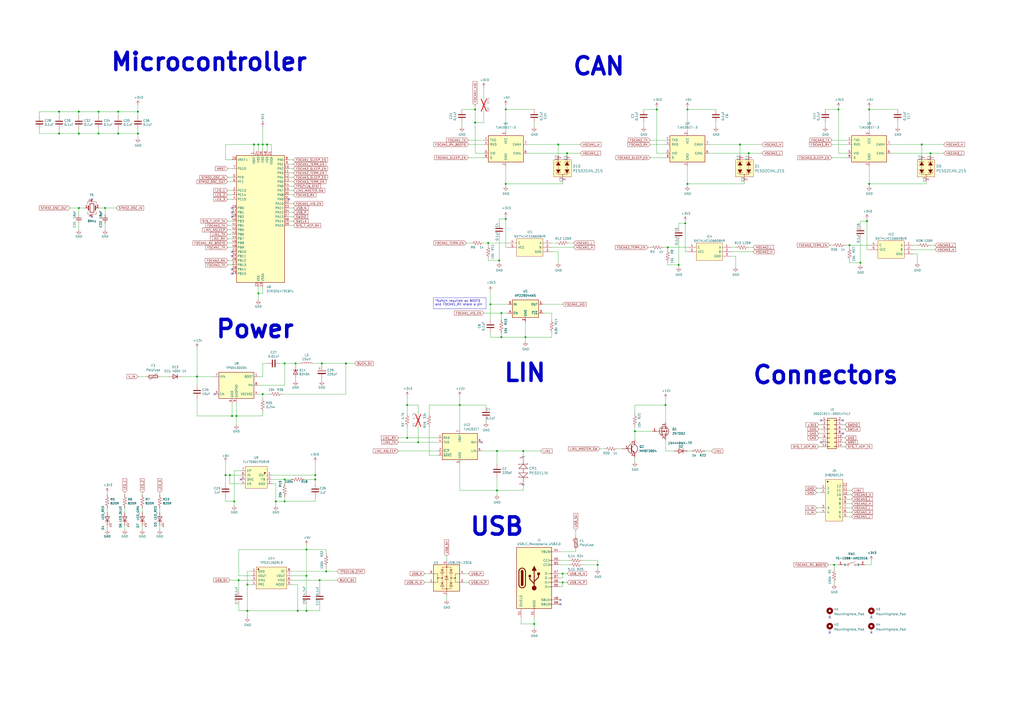
<source format=kicad_sch>
(kicad_sch (version 20231120) (generator "eeschema") (generator_version "8.0")
  (paper "A2")
  (title_block (title "budgetcan_g4") (date "2024-03-06") (rev "1.1") (company "http://budgetcan.io"))
  (junction (at 293.37 127))
  (junction (at 381 63.5))
  (junction (at 288.29 261.62))
  (junction (at 133.35 275.59))
  (junction (at 504.19 63.5))
  (junction (at 114.3 218.44))
  (junction (at 189.23 331.47))
  (junction (at 397.51 129.54))
  (junction (at 290.83 181.61))
  (junction (at 304.8 195.58))
  (junction (at 130.81 275.59))
  (junction (at 60.96 120.65))
  (junction (at 368.3 250.19))
  (junction (at 346.71 327.66))
  (junction (at 137.16 241.3))
  (junction (at 434.34 88.9))
  (junction (at 499.11 152.4))
  (junction (at 323.85 83.82))
  (junction (at 293.37 63.5))
  (junction (at 152.4 228.6))
  (junction (at 177.8 354.33))
  (junction (at 236.22 254))
  (junction (at 147.32 83.82))
  (junction (at 398.78 106.68))
  (junction (at 149.86 83.82))
  (junction (at 387.35 143.51))
  (junction (at 492.76 142.24))
  (junction (at 177.8 334.01))
  (junction (at 45.72 120.65))
  (junction (at 138.43 336.55))
  (junction (at 80.01 64.77))
  (junction (at 303.53 261.62))
  (junction (at 165.1 278.13))
  (junction (at 34.29 77.47))
  (junction (at 165.1 210.82))
  (junction (at 149.86 170.18))
  (junction (at 398.78 63.5))
  (junction (at 326.39 337.82))
  (junction (at 386.08 234.95))
  (junction (at 534.67 83.82))
  (junction (at 266.7 234.95))
  (junction (at 143.51 339.09))
  (junction (at 539.75 88.9))
  (junction (at 134.62 241.3))
  (junction (at 236.22 234.95))
  (junction (at 486.41 63.5))
  (junction (at 68.58 77.47))
  (junction (at 160.02 290.83))
  (junction (at 80.01 77.47))
  (junction (at 171.45 210.82))
  (junction (at 152.4 83.82))
  (junction (at 57.15 64.77))
  (junction (at 177.8 318.77))
  (junction (at 45.72 77.47))
  (junction (at 154.94 83.82))
  (junction (at 275.59 63.5))
  (junction (at 275.59 71.12))
  (junction (at 172.72 354.33))
  (junction (at 57.15 77.47))
  (junction (at 182.88 275.59))
  (junction (at 242.57 256.54))
  (junction (at 284.48 176.53))
  (junction (at 283.21 140.97))
  (junction (at 143.51 354.33))
  (junction (at 165.1 290.83))
  (junction (at 68.58 64.77))
  (junction (at 289.56 151.13))
  (junction (at 288.29 284.48))
  (junction (at 328.93 88.9))
  (junction (at 502.92 128.27))
  (junction (at 483.87 327.66))
  (junction (at 34.29 64.77))
  (junction (at 182.88 278.13))
  (junction (at 504.19 106.68))
  (junction (at 309.88 361.95))
  (junction (at 290.83 195.58))
  (junction (at 326.39 332.74))
  (junction (at 45.72 64.77))
  (junction (at 393.7 153.67))
  (junction (at 429.26 83.82))
  (junction (at 200.66 210.82))
  (junction (at 135.89 290.83))
  (junction (at 185.42 336.55))
  (junction (at 293.37 106.68))
  (junction (at 186.69 210.82))
  (no_connect (at 124.46 228.6))
  (no_connect (at 134.62 123.19))
  (no_connect (at 481.33 367.03))
  (no_connect (at 476.25 243.84))
  (no_connect (at 134.62 148.59))
  (no_connect (at 134.62 146.05))
  (no_connect (at 325.12 350.52))
  (no_connect (at 134.62 156.21))
  (no_connect (at 325.12 347.98))
  (no_connect (at 481.33 358.14))
  (no_connect (at 476.25 256.54))
  (no_connect (at 505.46 367.03))
  (no_connect (at 53.34 115.57))
  (no_connect (at 505.46 358.14))
  (no_connect (at 279.4 256.54))
  (no_connect (at 488.95 251.46))
  (no_connect (at 139.7 278.13))
  (no_connect (at 53.34 125.73))
  (no_connect (at 134.62 125.73))
  (no_connect (at 134.62 120.65))
  (no_connect (at 488.95 243.84))
  (no_connect (at 134.62 158.75))
  (no_connect (at 167.64 115.57))
  (wire (pts (xy 45.72 64.77) (xy 57.15 64.77)))
  (wire (pts (xy 242.57 234.95) (xy 236.22 234.95)))
  (wire (pts (xy 130.81 275.59) (xy 130.81 267.97)))
  (wire (pts (xy 474.98 259.08) (xy 476.25 259.08)))
  (wire (pts (xy 177.8 354.33) (xy 172.72 354.33)))
  (wire (pts (xy 502.92 128.27) (xy 499.11 128.27)))
  (wire (pts (xy 504.19 106.68) (xy 504.19 107.95)))
  (wire (pts (xy 293.37 127) (xy 293.37 143.51)))
  (wire (pts (xy 132.08 130.81) (xy 134.62 130.81)))
  (wire (pts (xy 132.08 102.87) (xy 134.62 102.87)))
  (wire (pts (xy 182.88 275.59) (xy 182.88 267.97)))
  (wire (pts (xy 434.34 143.51) (xy 436.88 143.51)))
  (wire (pts (xy 62.23 304.8) (xy 62.23 307.34)))
  (wire (pts (xy 373.38 63.5) (xy 381 63.5)))
  (wire (pts (xy 320.04 181.61) (xy 320.04 185.42)))
  (wire (pts (xy 275.59 63.5) (xy 275.59 71.12)))
  (wire (pts (xy 488.95 254) (xy 490.22 254)))
  (wire (pts (xy 290.83 181.61) (xy 294.64 181.61)))
  (wire (pts (xy 171.45 210.82) (xy 171.45 212.09)))
  (wire (pts (xy 170.18 128.27) (xy 167.64 128.27)))
  (wire (pts (xy 167.64 110.49) (xy 170.18 110.49)))
  (wire (pts (xy 290.83 195.58) (xy 304.8 195.58)))
  (wire (pts (xy 167.64 100.33) (xy 170.18 100.33)))
  (wire (pts (xy 132.08 135.89) (xy 134.62 135.89)))
  (wire (pts (xy 182.88 278.13) (xy 182.88 280.67)))
  (wire (pts (xy 330.2 140.97) (xy 332.74 140.97)))
  (wire (pts (xy 165.1 290.83) (xy 182.88 290.83)))
  (wire (pts (xy 334.01 307.34) (xy 334.01 311.15)))
  (wire (pts (xy 491.49 297.18) (xy 494.03 297.18)))
  (wire (pts (xy 476.25 283.21) (xy 473.71 283.21)))
  (wire (pts (xy 80.01 60.96) (xy 80.01 64.77)))
  (wire (pts (xy 293.37 96.52) (xy 293.37 106.68)))
  (wire (pts (xy 62.23 285.75) (xy 62.23 287.02)))
  (wire (pts (xy 326.39 106.68) (xy 293.37 106.68)))
  (wire (pts (xy 152.4 73.66) (xy 152.4 83.82)))
  (wire (pts (xy 501.65 327.66) (xy 505.46 327.66)))
  (wire (pts (xy 185.42 354.33) (xy 177.8 354.33)))
  (wire (pts (xy 397.51 128.27) (xy 397.51 129.54)))
  (wire (pts (xy 537.21 106.68) (xy 537.21 105.41)))
  (wire (pts (xy 483.87 327.66) (xy 483.87 330.2)))
  (wire (pts (xy 398.78 63.5) (xy 415.29 63.5)))
  (wire (pts (xy 478.79 71.12) (xy 478.79 73.66)))
  (wire (pts (xy 266.7 284.48) (xy 288.29 284.48)))
  (wire (pts (xy 473.71 294.64) (xy 476.25 294.64)))
  (wire (pts (xy 411.48 88.9) (xy 434.34 88.9)))
  (wire (pts (xy 149.86 228.6) (xy 152.4 228.6)))
  (wire (pts (xy 306.07 88.9) (xy 328.93 88.9)))
  (wire (pts (xy 143.51 354.33) (xy 143.51 358.14)))
  (wire (pts (xy 314.96 176.53) (xy 326.39 176.53)))
  (wire (pts (xy 34.29 67.31) (xy 34.29 64.77)))
  (wire (pts (xy 143.51 331.47) (xy 143.51 339.09)))
  (wire (pts (xy 132.08 97.79) (xy 134.62 97.79)))
  (wire (pts (xy 34.29 74.93) (xy 34.29 77.47)))
  (wire (pts (xy 293.37 60.96) (xy 293.37 63.5)))
  (wire (pts (xy 130.81 83.82) (xy 147.32 83.82)))
  (wire (pts (xy 172.72 354.33) (xy 143.51 354.33)))
  (wire (pts (xy 162.56 210.82) (xy 165.1 210.82)))
  (wire (pts (xy 283.21 151.13) (xy 289.56 151.13)))
  (wire (pts (xy 320.04 146.05) (xy 323.85 146.05)))
  (wire (pts (xy 138.43 336.55) (xy 146.05 336.55)))
  (wire (pts (xy 368.3 234.95) (xy 386.08 234.95)))
  (wire (pts (xy 57.15 64.77) (xy 57.15 67.31)))
  (wire (pts (xy 270.51 140.97) (xy 273.05 140.97)))
  (wire (pts (xy 280.67 50.8) (xy 280.67 57.15)))
  (wire (pts (xy 281.94 243.84) (xy 281.94 245.11)))
  (wire (pts (xy 236.22 247.65) (xy 236.22 254)))
  (wire (pts (xy 397.51 129.54) (xy 393.7 129.54)))
  (wire (pts (xy 275.59 60.96) (xy 275.59 63.5)))
  (wire (pts (xy 167.64 120.65) (xy 170.18 120.65)))
  (wire (pts (xy 504.19 63.5) (xy 520.7 63.5)))
  (wire (pts (xy 105.41 218.44) (xy 114.3 218.44)))
  (wire (pts (xy 168.91 331.47) (xy 189.23 331.47)))
  (wire (pts (xy 45.72 129.54) (xy 45.72 133.35)))
  (wire (pts (xy 168.91 339.09) (xy 172.72 339.09)))
  (wire (pts (xy 80.01 64.77) (xy 80.01 67.31)))
  (wire (pts (xy 529.59 144.78) (xy 542.29 144.78)))
  (wire (pts (xy 171.45 210.82) (xy 173.99 210.82)))
  (wire (pts (xy 80.01 74.93) (xy 80.01 77.47)))
  (wire (pts (xy 134.62 113.03) (xy 132.08 113.03)))
  (wire (pts (xy 532.13 147.32) (xy 532.13 152.4)))
  (wire (pts (xy 381 63.5) (xy 381 88.9)))
  (wire (pts (xy 266.7 269.24) (xy 266.7 284.48)))
  (wire (pts (xy 373.38 71.12) (xy 373.38 73.66)))
  (wire (pts (xy 488.95 256.54) (xy 490.22 256.54)))
  (wire (pts (xy 431.8 106.68) (xy 398.78 106.68)))
  (wire (pts (xy 386.08 231.14) (xy 386.08 234.95)))
  (wire (pts (xy 293.37 63.5) (xy 293.37 76.2)))
  (wire (pts (xy 167.64 113.03) (xy 170.18 113.03)))
  (wire (pts (xy 504.19 62.23) (xy 504.19 63.5)))
  (wire (pts (xy 280.67 64.77) (xy 280.67 71.12)))
  (wire (pts (xy 397.51 146.05) (xy 398.78 146.05)))
  (wire (pts (xy 393.7 153.67) (xy 393.7 154.94)))
  (wire (pts (xy 325.12 340.36) (xy 326.39 340.36)))
  (wire (pts (xy 135.89 273.05) (xy 135.89 290.83)))
  (wire (pts (xy 171.45 219.71) (xy 171.45 220.98)))
  (wire (pts (xy 326.39 332.74) (xy 328.93 332.74)))
  (wire (pts (xy 537.21 106.68) (xy 504.19 106.68)))
  (wire (pts (xy 288.29 261.62) (xy 303.53 261.62)))
  (wire (pts (xy 368.3 247.65) (xy 368.3 250.19)))
  (wire (pts (xy 114.3 218.44) (xy 124.46 218.44)))
  (wire (pts (xy 303.53 264.16) (xy 303.53 261.62)))
  (wire (pts (xy 284.48 193.04) (xy 284.48 195.58)))
  (wire (pts (xy 505.46 327.66) (xy 505.46 325.12)))
  (wire (pts (xy 381 62.23) (xy 381 63.5)))
  (wire (pts (xy 154.94 83.82) (xy 154.94 87.63)))
  (wire (pts (xy 205.74 210.82) (xy 200.66 210.82)))
  (wire (pts (xy 290.83 193.04) (xy 290.83 195.58)))
  (wire (pts (xy 242.57 256.54) (xy 254 256.54)))
  (wire (pts (xy 474.98 246.38) (xy 476.25 246.38)))
  (wire (pts (xy 424.18 148.59) (xy 426.72 148.59)))
  (wire (pts (xy 57.15 77.47) (xy 68.58 77.47)))
  (wire (pts (xy 398.78 106.68) (xy 398.78 107.95)))
  (wire (pts (xy 177.8 334.01) (xy 177.8 342.9)))
  (wire (pts (xy 68.58 77.47) (xy 80.01 77.47)))
  (wire (pts (xy 163.83 228.6) (xy 200.66 228.6)))
  (wire (pts (xy 368.3 265.43) (xy 368.3 267.97)))
  (wire (pts (xy 45.72 120.65) (xy 45.72 124.46)))
  (wire (pts (xy 168.91 334.01) (xy 177.8 334.01)))
  (wire (pts (xy 429.26 83.82) (xy 441.96 83.82)))
  (wire (pts (xy 539.75 90.17) (xy 539.75 88.9)))
  (wire (pts (xy 138.43 354.33) (xy 143.51 354.33)))
  (wire (pts (xy 323.85 146.05) (xy 323.85 152.4)))
  (wire (pts (xy 499.11 138.43) (xy 499.11 152.4)))
  (wire (pts (xy 326.39 340.36) (xy 326.39 337.82)))
  (wire (pts (xy 134.62 115.57) (xy 132.08 115.57)))
  (wire (pts (xy 45.72 120.65) (xy 49.53 120.65)))
  (wire (pts (xy 248.92 264.16) (xy 254 264.16)))
  (wire (pts (xy 236.22 234.95) (xy 236.22 229.87)))
  (wire (pts (xy 283.21 140.97) (xy 294.64 140.97)))
  (wire (pts (xy 426.72 148.59) (xy 426.72 154.94)))
  (wire (pts (xy 149.86 83.82) (xy 149.86 87.63)))
  (wire (pts (xy 189.23 321.31) (xy 189.23 318.77)))
  (wire (pts (xy 80.01 77.47) (xy 80.01 80.01)))
  (wire (pts (xy 358.14 260.35) (xy 360.68 260.35)))
  (wire (pts (xy 384.81 143.51) (xy 387.35 143.51)))
  (wire (pts (xy 408.94 261.62) (xy 412.75 261.62)))
  (wire (pts (xy 168.91 336.55) (xy 185.42 336.55)))
  (wire (pts (xy 149.86 223.52) (xy 165.1 223.52)))
  (wire (pts (xy 248.92 247.65) (xy 248.92 264.16)))
  (wire (pts (xy 516.89 83.82) (xy 534.67 83.82)))
  (wire (pts (xy 22.86 77.47) (xy 34.29 77.47)))
  (wire (pts (xy 289.56 127) (xy 289.56 129.54)))
  (wire (pts (xy 492.76 142.24) (xy 492.76 143.51)))
  (wire (pts (xy 328.93 90.17) (xy 328.93 88.9)))
  (wire (pts (xy 177.8 350.52) (xy 177.8 354.33)))
  (wire (pts (xy 114.3 218.44) (xy 114.3 223.52)))
  (wire (pts (xy 281.94 234.95) (xy 281.94 236.22)))
  (wire (pts (xy 60.96 120.65) (xy 67.31 120.65)))
  (wire (pts (xy 185.42 336.55) (xy 185.42 342.9)))
  (wire (pts (xy 167.64 92.71) (xy 170.18 92.71)))
  (wire (pts (xy 347.98 260.35) (xy 350.52 260.35)))
  (wire (pts (xy 157.48 87.63) (xy 157.48 83.82)))
  (wire (pts (xy 323.85 83.82) (xy 336.55 83.82)))
  (wire (pts (xy 168.91 278.13) (xy 165.1 278.13)))
  (wire (pts (xy 491.49 292.1) (xy 494.03 292.1)))
  (wire (pts (xy 137.16 241.3) (xy 137.16 246.38)))
  (wire (pts (xy 491.49 287.02) (xy 494.03 287.02)))
  (wire (pts (xy 492.76 152.4) (xy 499.11 152.4)))
  (wire (pts (xy 134.62 153.67) (xy 132.08 153.67)))
  (wire (pts (xy 269.24 337.82) (xy 271.78 337.82)))
  (wire (pts (xy 185.42 336.55) (xy 195.58 336.55)))
  (wire (pts (xy 152.4 166.37) (xy 152.4 170.18)))
  (wire (pts (xy 147.32 83.82) (xy 147.32 87.63)))
  (wire (pts (xy 280.67 181.61) (xy 290.83 181.61)))
  (wire (pts (xy 242.57 240.03) (xy 242.57 234.95)))
  (wire (pts (xy 242.57 247.65) (xy 242.57 256.54)))
  (wire (pts (xy 236.22 254) (xy 231.14 254)))
  (wire (pts (xy 490.22 259.08) (xy 488.95 259.08)))
  (wire (pts (xy 424.18 143.51) (xy 426.72 143.51)))
  (wire (pts (xy 92.71 285.75) (xy 92.71 287.02)))
  (wire (pts (xy 165.1 288.29) (xy 165.1 290.83)))
  (wire (pts (xy 82.55 304.8) (xy 82.55 307.34)))
  (wire (pts (xy 474.98 251.46) (xy 476.25 251.46)))
  (wire (pts (xy 134.62 92.71) (xy 130.81 92.71)))
  (wire (pts (xy 337.82 325.12) (xy 346.71 325.12)))
  (wire (pts (xy 288.29 284.48) (xy 303.53 284.48)))
  (wire (pts (xy 486.41 63.5) (xy 486.41 88.9)))
  (wire (pts (xy 152.4 228.6) (xy 156.21 228.6)))
  (wire (pts (xy 499.11 128.27) (xy 499.11 130.81)))
  (wire (pts (xy 504.19 63.5) (xy 504.19 76.2)))
  (wire (pts (xy 387.35 153.67) (xy 393.7 153.67)))
  (wire (pts (xy 490.22 142.24) (xy 492.76 142.24)))
  (wire (pts (xy 502.92 127) (xy 502.92 128.27)))
  (wire (pts (xy 152.4 241.3) (xy 137.16 241.3)))
  (wire (pts (xy 534.67 83.82) (xy 547.37 83.82)))
  (wire (pts (xy 397.51 129.54) (xy 397.51 146.05)))
  (wire (pts (xy 152.4 218.44) (xy 152.4 210.82)))
  (wire (pts (xy 293.37 143.51) (xy 294.64 143.51)))
  (wire (pts (xy 157.48 83.82) (xy 154.94 83.82)))
  (wire (pts (xy 231.14 256.54) (xy 242.57 256.54)))
  (wire (pts (xy 293.37 63.5) (xy 309.88 63.5)))
  (wire (pts (xy 325.12 332.74) (xy 326.39 332.74)))
  (wire (pts (xy 283.21 140.97) (xy 283.21 142.24)))
  (wire (pts (xy 182.88 288.29) (xy 182.88 290.83)))
  (wire (pts (xy 429.26 90.17) (xy 429.26 83.82)))
  (wire (pts (xy 167.64 95.25) (xy 170.18 95.25)))
  (wire (pts (xy 326.39 335.28) (xy 326.39 332.74)))
  (wire (pts (xy 68.58 64.77) (xy 68.58 67.31)))
  (wire (pts (xy 482.6 91.44) (xy 491.49 91.44)))
  (wire (pts (xy 320.04 195.58) (xy 304.8 195.58)))
  (wire (pts (xy 22.86 74.93) (xy 22.86 77.47)))
  (wire (pts (xy 290.83 181.61) (xy 290.83 185.42)))
  (wire (pts (xy 138.43 350.52) (xy 138.43 354.33)))
  (wire (pts (xy 157.48 280.67) (xy 160.02 280.67)))
  (wire (pts (xy 320.04 143.51) (xy 332.74 143.51)))
  (wire (pts (xy 60.96 120.65) (xy 60.96 124.46)))
  (wire (pts (xy 411.48 83.82) (xy 429.26 83.82)))
  (wire (pts (xy 279.4 261.62) (xy 288.29 261.62)))
  (wire (pts (xy 181.61 210.82) (xy 186.69 210.82)))
  (wire (pts (xy 114.3 241.3) (xy 134.62 241.3)))
  (wire (pts (xy 82.55 294.64) (xy 82.55 297.18)))
  (wire (pts (xy 303.53 284.48) (xy 303.53 281.94)))
  (wire (pts (xy 149.86 170.18) (xy 149.86 173.99)))
  (wire (pts (xy 92.71 294.64) (xy 92.71 297.18)))
  (wire (pts (xy 266.7 234.95) (xy 281.94 234.95)))
  (wire (pts (xy 283.21 149.86) (xy 283.21 151.13)))
  (wire (pts (xy 386.08 261.62) (xy 391.16 261.62)))
  (wire (pts (xy 22.86 67.31) (xy 22.86 64.77)))
  (wire (pts (xy 167.64 97.79) (xy 170.18 97.79)))
  (wire (pts (xy 152.4 83.82) (xy 152.4 87.63)))
  (wire (pts (xy 152.4 238.76) (xy 152.4 241.3)))
  (wire (pts (xy 185.42 350.52) (xy 185.42 354.33)))
  (wire (pts (xy 134.62 241.3) (xy 137.16 241.3)))
  (wire (pts (xy 504.19 96.52) (xy 504.19 106.68)))
  (wire (pts (xy 275.59 71.12) (xy 275.59 88.9)))
  (wire (pts (xy 325.12 320.04) (xy 334.01 320.04)))
  (wire (pts (xy 378.46 250.19) (xy 368.3 250.19)))
  (wire (pts (xy 326.39 337.82) (xy 328.93 337.82)))
  (wire (pts (xy 320.04 140.97) (xy 322.58 140.97)))
  (wire (pts (xy 22.86 64.77) (xy 34.29 64.77)))
  (wire (pts (xy 45.72 64.77) (xy 45.72 67.31)))
  (wire (pts (xy 294.64 176.53) (xy 284.48 176.53)))
  (wire (pts (xy 57.15 120.65) (xy 60.96 120.65)))
  (wire (pts (xy 146.05 339.09) (xy 143.51 339.09)))
  (wire (pts (xy 424.18 146.05) (xy 436.88 146.05)))
  (wire (pts (xy 114.3 201.93) (xy 114.3 218.44)))
  (wire (pts (xy 304.8 186.69) (xy 304.8 195.58)))
  (wire (pts (xy 387.35 143.51) (xy 387.35 144.78)))
  (wire (pts (xy 346.71 327.66) (xy 337.82 327.66)))
  (wire (pts (xy 146.05 331.47) (xy 143.51 331.47)))
  (wire (pts (xy 45.72 74.93) (xy 45.72 77.47)))
  (wire (pts (xy 284.48 176.53) (xy 284.48 185.42)))
  (wire (pts (xy 492.76 151.13) (xy 492.76 152.4)))
  (wire (pts (xy 177.8 316.23) (xy 177.8 318.77)))
  (wire (pts (xy 165.1 210.82) (xy 171.45 210.82)))
  (wire (pts (xy 259.08 322.58) (xy 259.08 325.12)))
  (wire (pts (xy 334.01 320.04) (xy 334.01 318.77)))
  (wire (pts (xy 398.78 96.52) (xy 398.78 106.68)))
  (wire (pts (xy 57.15 74.93) (xy 57.15 77.47)))
  (wire (pts (xy 280.67 140.97) (xy 283.21 140.97)))
  (wire (pts (xy 82.55 285.75) (xy 82.55 287.02)))
  (wire (pts (xy 393.7 139.7) (xy 393.7 153.67)))
  (wire (pts (xy 165.1 278.13) (xy 165.1 280.67)))
  (wire (pts (xy 284.48 176.53) (xy 284.48 168.91)))
  (wire (pts (xy 200.66 228.6) (xy 200.66 210.82)))
  (wire (pts (xy 491.49 81.28) (xy 482.6 81.28)))
  (wire (pts (xy 177.8 318.77) (xy 177.8 334.01)))
  (wire (pts (xy 152.4 170.18) (xy 149.86 170.18)))
  (wire (pts (xy 478.79 63.5) (xy 486.41 63.5)))
  (wire (pts (xy 502.92 128.27) (xy 502.92 144.78)))
  (wire (pts (xy 377.19 91.44) (xy 386.08 91.44)))
  (wire (pts (xy 189.23 318.77) (xy 177.8 318.77)))
  (wire (pts (xy 147.32 83.82) (xy 149.86 83.82)))
  (wire (pts (xy 486.41 62.23) (xy 486.41 63.5)))
  (wire (pts (xy 302.26 361.95) (xy 309.88 361.95)))
  (wire (pts (xy 231.14 261.62) (xy 254 261.62)))
  (wire (pts (xy 160.02 290.83) (xy 160.02 293.37)))
  (wire (pts (xy 309.88 361.95) (xy 309.88 364.49)))
  (wire (pts (xy 314.96 181.61) (xy 320.04 181.61)))
  (wire (pts (xy 267.97 63.5) (xy 275.59 63.5)))
  (wire (pts (xy 325.12 335.28) (xy 326.39 335.28)))
  (wire (pts (xy 293.37 127) (xy 289.56 127)))
  (wire (pts (xy 520.7 71.12) (xy 520.7 73.66)))
  (wire (pts (xy 130.81 92.71) (xy 130.81 83.82)))
  (wire (pts (xy 326.39 106.68) (xy 326.39 105.41)))
  (wire (pts (xy 302.26 358.14) (xy 302.26 361.95)))
  (wire (pts (xy 143.51 339.09) (xy 143.51 354.33)))
  (wire (pts (xy 92.71 218.44) (xy 97.79 218.44)))
  (wire (pts (xy 114.3 231.14) (xy 114.3 241.3)))
  (wire (pts (xy 534.67 90.17) (xy 534.67 83.82)))
  (wire (pts (xy 415.29 71.12) (xy 415.29 73.66)))
  (wire (pts (xy 539.75 88.9) (xy 547.37 88.9)))
  (wire (pts (xy 246.38 332.74) (xy 248.92 332.74)))
  (wire (pts (xy 502.92 144.78) (xy 504.19 144.78)))
  (wire (pts (xy 186.69 210.82) (xy 200.66 210.82)))
  (wire (pts (xy 491.49 294.64) (xy 494.03 294.64)))
  (wire (pts (xy 473.71 297.18) (xy 476.25 297.18)))
  (wire (pts (xy 288.29 276.86) (xy 288.29 284.48)))
  (wire (pts (xy 306.07 83.82) (xy 323.85 83.82)))
  (wire (pts (xy 132.08 128.27) (xy 134.62 128.27)))
  (wire (pts (xy 434.34 90.17) (xy 434.34 88.9)))
  (wire (pts (xy 398.78 261.62) (xy 401.32 261.62)))
  (wire (pts (xy 133.35 275.59) (xy 130.81 275.59)))
  (wire (pts (xy 189.23 331.47) (xy 195.58 331.47)))
  (wire (pts (xy 135.89 290.83) (xy 135.89 293.37)))
  (wire (pts (xy 248.92 240.03) (xy 248.92 234.95)))
  (wire (pts (xy 132.08 133.35) (xy 134.62 133.35)))
  (wire (pts (xy 165.1 290.83) (xy 160.02 290.83)))
  (wire (pts (xy 72.39 294.64) (xy 72.39 297.18)))
  (wire (pts (xy 491.49 284.48) (xy 494.03 284.48)))
  (wire (pts (xy 483.87 327.66) (xy 486.41 327.66)))
  (wire (pts (xy 146.05 334.01) (xy 138.43 334.01)))
  (wire (pts (xy 387.35 143.51) (xy 398.78 143.51)))
  (wire (pts (xy 309.88 71.12) (xy 309.88 73.66)))
  (wire (pts (xy 167.64 102.87) (xy 170.18 102.87)))
  (wire (pts (xy 133.35 336.55) (xy 138.43 336.55)))
  (wire (pts (xy 325.12 337.82) (xy 326.39 337.82)))
  (wire (pts (xy 303.53 261.62) (xy 313.69 261.62)))
  (wire (pts (xy 280.67 88.9) (xy 275.59 88.9)))
  (wire (pts (xy 72.39 285.75) (xy 72.39 287.02)))
  (wire (pts (xy 167.64 107.95) (xy 170.18 107.95)))
  (wire (pts (xy 149.86 83.82) (xy 152.4 83.82)))
  (wire (pts (xy 266.7 229.87) (xy 266.7 234.95)))
  (wire (pts (xy 248.92 234.95) (xy 266.7 234.95)))
  (wire (pts (xy 236.22 254) (xy 254 254)))
  (wire (pts (xy 186.69 219.71) (xy 186.69 220.98)))
  (wire (pts (xy 386.08 255.27) (xy 386.08 261.62)))
  (wire (pts (xy 492.76 142.24) (xy 504.19 142.24)))
  (wire (pts (xy 275.59 71.12) (xy 280.67 71.12)))
  (wire (pts (xy 139.7 275.59) (xy 133.35 275.59)))
  (wire (pts (xy 154.94 83.82) (xy 152.4 83.82)))
  (wire (pts (xy 139.7 280.67) (xy 133.35 280.67)))
  (wire (pts (xy 133.35 275.59) (xy 133.35 280.67)))
  (wire (pts (xy 481.33 142.24) (xy 482.6 142.24)))
  (wire (pts (xy 130.81 275.59) (xy 130.81 280.67)))
  (wire (pts (xy 434.34 88.9) (xy 441.96 88.9)))
  (wire (pts (xy 529.59 147.32) (xy 532.13 147.32)))
  (wire (pts (xy 165.1 223.52) (xy 165.1 210.82)))
  (wire (pts (xy 476.25 285.75) (xy 473.71 285.75)))
  (wire (pts (xy 293.37 106.68) (xy 293.37 107.95)))
  (wire (pts (xy 45.72 77.47) (xy 57.15 77.47)))
  (wire (pts (xy 138.43 318.77) (xy 177.8 318.77)))
  (wire (pts (xy 92.71 304.8) (xy 92.71 307.34)))
  (wire (pts (xy 289.56 151.13) (xy 289.56 152.4)))
  (wire (pts (xy 167.64 125.73) (xy 170.18 125.73)))
  (wire (pts (xy 516.89 88.9) (xy 539.75 88.9)))
  (wire (pts (xy 325.12 325.12) (xy 330.2 325.12)))
  (wire (pts (xy 40.64 120.65) (xy 45.72 120.65)))
  (wire (pts (xy 284.48 195.58) (xy 290.83 195.58)))
  (wire (pts (xy 320.04 193.04) (xy 320.04 195.58)))
  (wire (pts (xy 386.08 234.95) (xy 386.08 245.11)))
  (wire (pts (xy 167.64 118.11) (xy 170.18 118.11)))
  (wire (pts (xy 491.49 299.72) (xy 494.03 299.72)))
  (wire (pts (xy 266.7 234.95) (xy 266.7 248.92)))
  (wire (pts (xy 293.37 125.73) (xy 293.37 127)))
  (wire (pts (xy 80.01 218.44) (xy 85.09 218.44)))
  (wire (pts (xy 289.56 137.16) (xy 289.56 151.13)))
  (wire (pts (xy 259.08 345.44) (xy 259.08 347.98)))
  (wire (pts (xy 480.695 327.66) (xy 483.87 327.66)))
  (wire (pts (xy 267.97 71.12) (xy 267.97 73.66)))
  (wire (pts (xy 386.08 81.28) (xy 377.19 81.28)))
  (wire (pts (xy 491.49 289.56) (xy 494.03 289.56)))
  (wire (pts (xy 474.98 248.92) (xy 476.25 248.92)))
  (wire (pts (xy 368.3 250.19) (xy 368.3 255.27)))
  (wire (pts (xy 152.4 228.6) (xy 152.4 231.14)))
  (wire (pts (xy 288.29 287.02) (xy 288.29 284.48)))
  (wire (pts (xy 152.4 210.82) (xy 154.94 210.82)))
  (wire (pts (xy 134.62 140.97) (xy 132.08 140.97)))
  (wire (pts (xy 368.3 240.03) (xy 368.3 234.95)))
  (wire (pts (xy 398.78 62.23) (xy 398.78 63.5)))
  (wire (pts (xy 488.95 246.38) (xy 490.22 246.38)))
  (wire (pts (xy 269.24 332.74) (xy 271.78 332.74)))
  (wire (pts (xy 491.49 83.82) (xy 482.6 83.82)))
  (wire (pts (xy 132.08 105.41) (xy 134.62 105.41)))
  (wire (pts (xy 431.8 106.68) (xy 431.8 105.41)))
  (wire (pts (xy 375.92 143.51) (xy 377.19 143.51)))
  (wire (pts (xy 309.88 358.14) (xy 309.88 361.95)))
  (wire (pts (xy 165.1 278.13) (xy 157.48 278.13)))
  (wire (pts (xy 499.11 152.4) (xy 499.11 153.67)))
  (wire (pts (xy 325.12 327.66) (xy 330.2 327.66)))
  (wire (pts (xy 386.08 88.9) (xy 381 88.9)))
  (wire (pts (xy 346.71 327.66) (xy 346.71 330.2)))
  (wire (pts (xy 172.72 339.09) (xy 172.72 354.33)))
  (wire (pts (xy 167.64 130.81) (xy 170.18 130.81)))
  (wire (pts (xy 248.92 337.82) (xy 246.38 337.82)))
  (wire (pts (xy 72.39 304.8) (xy 72.39 307.34)))
  (wire (pts (xy 167.64 105.41) (xy 170.18 105.41)))
  (wire (pts (xy 271.78 83.82) (xy 280.67 83.82)))
  (wire (pts (xy 134.62 151.13) (xy 132.08 151.13)))
  (wire (pts (xy 488.95 248.92) (xy 490.22 248.92)))
  (wire (pts (xy 323.85 90.17) (xy 323.85 83.82)))
  (wire (pts (xy 135.89 290.83) (xy 130.81 290.83)))
  (wire (pts (xy 288.29 261.62) (xy 288.29 269.24)))
  (wire (pts (xy 137.16 233.68) (xy 137.16 241.3)))
  (wire (pts (xy 176.53 278.13) (xy 182.88 278.13)))
  (wire (pts (xy 132.08 138.43) (xy 134.62 138.43)))
  (wire (pts (xy 139.7 273.05) (xy 135.89 273.05)))
  (wire (pts (xy 160.02 280.67) (xy 160.02 290.83)))
  (wire (pts (xy 132.08 143.51) (xy 134.62 143.51)))
  (wire (pts (xy 280.67 81.28) (xy 271.78 81.28)))
  (wire (pts (xy 34.29 77.47) (xy 45.72 77.47)))
  (wire (pts (xy 34.29 64.77) (xy 45.72 64.77)))
  (wire (pts (xy 60.96 129.54) (xy 60.96 133.35)))
  (wire (pts (xy 328.93 88.9) (xy 336.55 88.9)))
  (wire (pts (xy 398.78 63.5) (xy 398.78 76.2)))
  (wire (pts (xy 474.98 254) (xy 476.25 254)))
  (wire (pts (xy 386.08 83.82) (xy 377.19 83.82)))
  (wire (pts (xy 149.86 166.37) (xy 149.86 170.18)))
  (wire (pts (xy 387.35 152.4) (xy 387.35 153.67)))
  (wire (pts (xy 134.62 233.68) (xy 134.62 241.3)))
  (wire (pts (xy 529.59 142.24) (xy 532.13 142.24)))
  (wire (pts (xy 68.58 64.77) (xy 80.01 64.77)))
  (wire (pts (xy 62.23 294.64) (xy 62.23 297.18)))
  (wire (pts (xy 182.88 275.59) (xy 182.88 278.13)))
  (wire (pts (xy 138.43 336.55) (xy 138.43 342.9)))
  (wire (pts (xy 157.48 275.59) (xy 182.88 275.59)))
  (wire (pts (xy 483.87 337.82) (xy 483.87 339.09)))
  (wire (pts (xy 186.69 210.82) (xy 186.69 212.09)))
  (wire (pts (xy 134.62 110.49) (xy 132.08 110.49)))
  (wire (pts (xy 167.64 123.19) (xy 170.18 123.19)))
  (wire (pts (xy 130.81 288.29) (xy 130.81 290.83)))
  (wire (pts (xy 271.78 91.44) (xy 280.67 91.44)))
  (wire (pts (xy 393.7 129.54) (xy 393.7 132.08)))
  (wire (pts (xy 539.75 142.24) (xy 542.29 142.24)))
  (wire (pts (xy 346.71 325.12) (xy 346.71 327.66)))
  (wire (pts (xy 189.23 328.93) (xy 189.23 331.47)))
  (wire (pts (xy 236.22 240.03) (xy 236.22 234.95)))
  (wire (pts (xy 491.49 88.9) (xy 486.41 88.9)))
  (wire (pts (xy 304.8 198.12) (xy 304.8 195.58)))
  (wire (pts (xy 57.15 64.77) (xy 68.58 64.77)))
  (wire (pts (xy 68.58 74.93) (xy 68.58 77.47)))
  (wire (pts (xy 138.43 334.01) (xy 138.43 318.77)))
  (wire (pts (xy 149.86 218.44) (xy 152.4 218.44)))
  (text_box "*Switch required as BOOT0\nand FDCAN1_RX share a pin" (at 251.46 172.72 0) (size 30.48 6.35) (effects (font (size 1.27 1.27)) (justify left top)))
  (text "LIN" (at 317.5 222.25 0) (effects (font (size 10.0076 10.0076) (thickness 2.0015) (bold yes)) (justify right bottom)))
  (text "Microcontroller" (at 179.07 41.91 0) (effects (font (size 10.0076 10.0076) (thickness 2.0015) (bold yes)) (justify right bottom)))
  (text "CAN" (at 363.22 44.45 0) (effects (font (size 10.0076 10.0076) (thickness 2.0015) (bold yes)) (justify right bottom)))
  (text "Power" (at 171.45 196.85 0) (effects (font (size 10.0076 10.0076) (thickness 2.0015) (bold yes)) (justify right bottom)))
  (text "USB" (at 304.546 311.404 0) (effects (font (size 10.0076 10.0076) (thickness 2.0015) (bold yes)) (justify right bottom)))
  (text "Connectors" (at 521.97 223.52 0) (effects (font (size 10.0076 10.0076) (thickness 2.0015) (bold yes)) (justify right bottom)))
  (global_label "HSCAN3_L" (shape input) (at 547.37 88.9 0) (property "Intersheetrefs" "${INTERSHEET_REFS}" (effects (hide yes))))
  (global_label "FDCAN2_SLEEP_EN" (shape input) (at 170.18 97.79 0) (property "Intersheetrefs" "${INTERSHEET_REFS}" (effects (hide yes))))
  (global_label "HSCAN3_L" (shape input) (at 494.03 289.56 0) (property "Intersheetrefs" "${INTERSHEET_REFS}" (effects (hide yes))))
  (global_label "FDCAN2_TX" (shape input) (at 132.08 153.67 180) (property "Intersheetrefs" "${INTERSHEET_REFS}" (effects (hide yes))))
  (global_label "USB_5V" (shape input) (at 334.01 307.34 90) (property "Intersheetrefs" "${INTERSHEET_REFS}" (effects (hide yes))))
  (global_label "FDCAN3_TERM_EN" (shape input) (at 170.18 105.41 0) (property "Intersheetrefs" "${INTERSHEET_REFS}" (effects (hide yes))))
  (global_label "SWDIO" (shape input) (at 490.22 246.38 0) (property "Intersheetrefs" "${INTERSHEET_REFS}" (effects (hide yes))))
  (global_label "FDCAN2_SLEEP_EN" (shape input) (at 377.19 91.44 180) (property "Intersheetrefs" "${INTERSHEET_REFS}" (effects (hide yes))))
  (global_label "FDCAN1_SLEEP_EN" (shape input) (at 271.78 91.44 180) (property "Intersheetrefs" "${INTERSHEET_REFS}" (effects (hide yes))))
  (global_label "HSCAN1_L" (shape input) (at 494.03 299.72 0) (property "Intersheetrefs" "${INTERSHEET_REFS}" (effects (hide yes))))
  (global_label "FDCAN2_RX" (shape input) (at 377.19 83.82 180) (property "Intersheetrefs" "${INTERSHEET_REFS}" (effects (hide yes))))
  (global_label "FDCAN2_RX" (shape input) (at 132.08 151.13 180) (property "Intersheetrefs" "${INTERSHEET_REFS}" (effects (hide yes))))
  (global_label "BUCK_5V" (shape input) (at 205.74 210.82 0) (property "Intersheetrefs" "${INTERSHEET_REFS}" (effects (hide yes))))
  (global_label "LIN1_RX" (shape input) (at 132.08 138.43 180) (property "Intersheetrefs" "${INTERSHEET_REFS}" (effects (hide yes))))
  (global_label "STM32_OSC_IN" (shape input) (at 67.31 120.65 0) (property "Intersheetrefs" "${INTERSHEET_REFS}" (effects (hide yes))))
  (global_label "USB_N" (shape input) (at 170.18 120.65 0) (property "Intersheetrefs" "${INTERSHEET_REFS}" (effects (hide yes))))
  (global_label "NRST" (shape input) (at 132.08 97.79 180) (property "Intersheetrefs" "${INTERSHEET_REFS}" (effects (hide yes))))
  (global_label "SWCLK" (shape input) (at 490.22 248.92 0) (property "Intersheetrefs" "${INTERSHEET_REFS}" (effects (hide yes))))
  (global_label "USB_5V" (shape input) (at 133.35 336.55 180) (property "Intersheetrefs" "${INTERSHEET_REFS}" (effects (hide yes))))
  (global_label "LIN1_MASTER_SW" (shape input) (at 170.18 110.49 0) (property "Intersheetrefs" "${INTERSHEET_REFS}" (effects (hide yes))))
  (global_label "GND" (shape input) (at 474.98 254 180) (property "Intersheetrefs" "${INTERSHEET_REFS}" (effects (hide yes))))
  (global_label "LED_2" (shape input) (at 132.08 113.03 180) (property "Intersheetrefs" "${INTERSHEET_REFS}" (effects (hide yes))))
  (global_label "HSCAN2_H" (shape input) (at 494.03 292.1 0) (property "Intersheetrefs" "${INTERSHEET_REFS}" (effects (hide yes))))
  (global_label "LED_2" (shape input) (at 82.55 285.75 90) (property "Intersheetrefs" "${INTERSHEET_REFS}" (effects (hide yes))))
  (global_label "FDCAN3_TX" (shape input) (at 482.6 81.28 180) (property "Intersheetrefs" "${INTERSHEET_REFS}" (effects (hide yes))))
  (global_label "SYS_T_VCP_TX" (shape input) (at 490.22 259.08 0) (property "Intersheetrefs" "${INTERSHEET_REFS}" (effects (hide yes))))
  (global_label "HSCAN3_H" (shape input) (at 494.03 287.02 0) (property "Intersheetrefs" "${INTERSHEET_REFS}" (effects (hide yes))))
  (global_label "HSCAN2_H" (shape input) (at 436.88 146.05 0) (property "Intersheetrefs" "${INTERSHEET_REFS}" (effects (hide yes))))
  (global_label "BUCK_5V" (shape input) (at 195.58 336.55 0) (property "Intersheetrefs" "${INTERSHEET_REFS}" (effects (hide yes))))
  (global_label "USB_IN_N" (shape input) (at 246.38 337.82 180) (property "Intersheetrefs" "${INTERSHEET_REFS}" (effects (hide yes))))
  (global_label "STM32_OSC_OUT" (shape input) (at 40.64 120.65 180) (property "Intersheetrefs" "${INTERSHEET_REFS}" (effects (hide yes))))
  (global_label "HSCAN3_L" (shape input) (at 542.29 142.24 0) (property "Intersheetrefs" "${INTERSHEET_REFS}" (effects (hide yes))))
  (global_label "LED_1" (shape input) (at 72.39 285.75 90) (property "Intersheetrefs" "${INTERSHEET_REFS}" (effects (hide yes))))
  (global_label "FDCAN2_TERM_EN" (shape input) (at 170.18 100.33 0) (property "Intersheetrefs" "${INTERSHEET_REFS}" (effects (hide yes))))
  (global_label "+3V3" (shape input) (at 474.98 246.38 180) (property "Intersheetrefs" "${INTERSHEET_REFS}" (effects (hide yes))))
  (global_label "GND" (shape input) (at 474.98 251.46 180) (property "Intersheetrefs" "${INTERSHEET_REFS}" (effects (hide yes))))
  (global_label "USB_N" (shape input) (at 246.38 332.74 180) (property "Intersheetrefs" "${INTERSHEET_REFS}" (effects (hide yes))))
  (global_label "HSCAN2_H" (shape input) (at 441.96 83.82 0) (property "Intersheetrefs" "${INTERSHEET_REFS}" (effects (hide yes))))
  (global_label "FDCAN2_TX" (shape input) (at 377.19 81.28 180) (property "Intersheetrefs" "${INTERSHEET_REFS}" (effects (hide yes))))
  (global_label "LIN1" (shape input) (at 313.69 261.62 0) (property "Intersheetrefs" "${INTERSHEET_REFS}" (effects (hide yes))))
  (global_label "STM32_OSC_IN" (shape input) (at 132.08 102.87 180) (property "Intersheetrefs" "${INTERSHEET_REFS}" (effects (hide yes))))
  (global_label "HSCAN1_H" (shape input) (at 332.74 143.51 0) (property "Intersheetrefs" "${INTERSHEET_REFS}" (effects (hide yes))))
  (global_label "FDCAN1_TERM_EN" (shape input) (at 170.18 95.25 0) (property "Intersheetrefs" "${INTERSHEET_REFS}" (effects (hide yes))))
  (global_label "FDCAN3_RX" (shape input) (at 482.6 83.82 180) (property "Intersheetrefs" "${INTERSHEET_REFS}" (effects (hide yes))))
  (global_label "GND" (shape input) (at 473.71 283.21 180) (property "Intersheetrefs" "${INTERSHEET_REFS}" (effects (hide yes))))
  (global_label "FDCAN1_SLEEP_EN" (shape input) (at 170.18 92.71 0) (property "Intersheetrefs" "${INTERSHEET_REFS}" (effects (hide yes))))
  (global_label "SWDIO" (shape input) (at 170.18 125.73 0) (property "Intersheetrefs" "${INTERSHEET_REFS}" (effects (hide yes))))
  (global_label "NRST" (shape input) (at 490.22 256.54 0) (property "Intersheetrefs" "${INTERSHEET_REFS}" (effects (hide yes))))
  (global_label "FDCAN3_SLEEP_EN" (shape input) (at 170.18 102.87 0) (property "Intersheetrefs" "${INTERSHEET_REFS}" (effects (hide yes))))
  (global_label "FDCAN1_VIO" (shape input) (at 275.59 60.96 90) (property "Intersheetrefs" "${INTERSHEET_REFS}" (effects (hide yes))))
  (global_label "LIN1" (shape input) (at 494.03 284.48 0) (property "Intersheetrefs" "${INTERSHEET_REFS}" (effects (hide yes))))
  (global_label "SYS_T_VCP_RX" (shape input) (at 170.18 130.81 0) (property "Intersheetrefs" "${INTERSHEET_REFS}" (effects (hide yes))))
  (global_label "FDCAN2_TERM_EN" (shape input) (at 375.92 143.51 180) (property "Intersheetrefs" "${INTERSHEET_REFS}" (effects (hide yes))))
  (global_label "USB_IN_P" (shape input) (at 271.78 337.82 0) (property "Intersheetrefs" "${INTERSHEET_REFS}" (effects (hide yes))))
  (global_label "LED_3" (shape input) (at 132.08 115.57 180) (property "Intersheetrefs" "${INTERSHEET_REFS}" (effects (hide yes))))
  (global_label "SYS_T_VCP_TX" (shape input) (at 132.08 128.27 180) (property "Intersheetrefs" "${INTERSHEET_REFS}" (effects (hide yes))))
  (global_label "STM32_OSC_OUT" (shape input) (at 132.08 105.41 180) (property "Intersheetrefs" "${INTERSHEET_REFS}" (effects (hide yes))))
  (global_label "FDCAN1_TX" (shape input) (at 132.08 143.51 180) (property "Intersheetrefs" "${INTERSHEET_REFS}" (effects (hide yes))))
  (global_label "USB_5V" (shape input) (at 259.08 322.58 90) (property "Intersheetrefs" "${INTERSHEET_REFS}" (effects (hide yes))))
  (global_label "FDCAN1_RX_BOOT0" (shape input) (at 480.695 327.66 180) (property "Intersheetrefs" "${INTERSHEET_REFS}" (effects (hide yes))))
  (global_label "HSCAN2_L" (shape input) (at 494.03 294.64 0) (property "Intersheetrefs" "${INTERSHEET_REFS}" (effects (hide yes))))
  (global_label "TPS2116_STAT" (shape input) (at 170.18 107.95 0) (property "Intersheetrefs" "${INTERSHEET_REFS}" (effects (hide yes))))
  (global_label "HSCAN1_L" (shape input) (at 332.74 140.97 0) (property "Intersheetrefs" "${INTERSHEET_REFS}" (effects (hide yes))))
  (global_label "FDCAN1_TERM_EN" (shape input) (at 270.51 140.97 180) (property "Intersheetrefs" "${INTERSHEET_REFS}" (effects (hide yes))))
  (global_label "FDCAN1_TX" (shape input) (at 271.78 81.28 180) (property "Intersheetrefs" "${INTERSHEET_REFS}" (effects (hide yes))))
  (global_label "GND" (shape input) (at 490.22 254 0) (property "Intersheetrefs" "${INTERSHEET_REFS}" (effects (hide yes))))
  (global_label "LIN1_TX" (shape input) (at 231.14 256.54 180) (property "Intersheetrefs" "${INTERSHEET_REFS}" (effects (hide yes))))
  (global_label "FDCAN1_RX_BOOT0" (shape input) (at 132.08 140.97 180) (property "Intersheetrefs" "${INTERSHEET_REFS}" (effects (hide yes))))
  (global_label "USB_P" (shape input) (at 271.78 332.74 0) (property "Intersheetrefs" "${INTERSHEET_REFS}" (effects (hide yes))))
  (global_label "HSCAN2_L" (shape input) (at 441.96 88.9 0) (property "Intersheetrefs" "${INTERSHEET_REFS}" (effects (hide yes))))
  (global_label "TPS2116_STAT" (shape input) (at 195.58 331.47 0) (property "Intersheetrefs" "${INTERSHEET_REFS}" (effects (hide yes))))
  (global_label "FDCAN1_VIO_EN" (shape input) (at 280.67 181.61 180) (property "Intersheetrefs" "${INTERSHEET_REFS}" (effects (hide yes))))
  (global_label "LIN1_NSLEEP" (shape input) (at 231.14 261.62 180) (property "Intersheetrefs" "${INTERSHEET_REFS}" (effects (hide yes))))
  (global_label "LIN1_TX" (shape input) (at 132.08 135.89 180) (property "Intersheetrefs" "${INTERSHEET_REFS}" (effects (hide yes))))
  (global_label "USB_IN_N" (shape input) (at 328.93 332.74 0) (property "Intersheetrefs" "${INTERSHEET_REFS}" (effects (hide yes))))
  (global_label "LIN1_RX" (shape input) (at 231.14 254 180) (property "Intersheetrefs" "${INTERSHEET_REFS}" (effects (hide yes))))
  (global_label "LIN1_NSLEEP" (shape input) (at 132.08 133.35 180) (property "Intersheetrefs" "${INTERSHEET_REFS}" (effects (hide yes))))
  (global_label "FDCAN3_TX" (shape input) (at 132.08 130.81 180) (property "Intersheetrefs" "${INTERSHEET_REFS}" (effects (hide yes))))
  (global_label "FDCAN1_VIO_EN" (shape input) (at 170.18 118.11 0) (property "Intersheetrefs" "${INTERSHEET_REFS}" (effects (hide yes))))
  (global_label "HSCAN1_L" (shape input) (at 336.55 88.9 0) (property "Intersheetrefs" "${INTERSHEET_REFS}" (effects (hide yes))))
  (global_label "LED_3" (shape input) (at 92.71 285.75 90) (property "Intersheetrefs" "${INTERSHEET_REFS}" (effects (hide yes))))
  (global_label "HSCAN3_H" (shape input) (at 542.29 144.78 0) (property "Intersheetrefs" "${INTERSHEET_REFS}" (effects (hide yes))))
  (global_label "FDCAN3_TERM_EN" (shape input) (at 481.33 142.24 180) (property "Intersheetrefs" "${INTERSHEET_REFS}" (effects (hide yes))))
  (global_label "SWCLK" (shape input) (at 170.18 128.27 0) (property "Intersheetrefs" "${INTERSHEET_REFS}" (effects (hide yes))))
  (global_label "FDCAN1_RX_BOOT0" (shape input) (at 271.78 83.82 180) (property "Intersheetrefs" "${INTERSHEET_REFS}" (effects (hide yes))))
  (global_label "USB_P" (shape input) (at 170.18 123.19 0) (property "Intersheetrefs" "${INTERSHEET_REFS}" (effects (hide yes))))
  (global_label "LIN1" (shape input) (at 412.75 261.62 0) (property "Intersheetrefs" "${INTERSHEET_REFS}" (effects (hide yes))))
  (global_label "USB_IN_P" (shape input) (at 328.93 337.82 0) (property "Intersheetrefs" "${INTERSHEET_REFS}" (effects (hide yes))))
  (global_label "HSCAN1_H" (shape input) (at 336.55 83.82 0) (property "Intersheetrefs" "${INTERSHEET_REFS}" (effects (hide yes))))
  (global_label "SYS_T_VCP_RX" (shape input) (at 474.98 259.08 180) (property "Intersheetrefs" "${INTERSHEET_REFS}" (effects (hide yes))))
  (global_label "V_IN" (shape input) (at 473.71 297.18 180) (property "Intersheetrefs" "${INTERSHEET_REFS}" (effects (hide yes))))
  (global_label "FDCAN3_RX" (shape input) (at 170.18 113.03 0) (property "Intersheetrefs" "${INTERSHEET_REFS}" (effects (hide yes))))
  (global_label "HSCAN1_H" (shape input) (at 494.03 297.18 0) (property "Intersheetrefs" "${INTERSHEET_REFS}" (effects (hide yes))))
  (global_label "FDCAN1_VIO" (shape input) (at 326.39 176.53 0) (property "Intersheetrefs" "${INTERSHEET_REFS}" (effects (hide yes))))
  (global_label "V_IN" (shape input) (at 473.71 294.64 180) (property "Intersheetrefs" "${INTERSHEET_REFS}" (effects (hide yes))))
  (global_label "V_IN" (shape input) (at 80.01 218.44 180) (property "Intersheetrefs" "${INTERSHEET_REFS}" (effects (hide yes))))
  (global_label "FDCAN3_SLEEP_EN" (shape input) (at 482.6 91.44 180) (property "Intersheetrefs" "${INTERSHEET_REFS}" (effects (hide yes))))
  (global_label "HSCAN2_L" (shape input) (at 436.88 143.51 0) (property "Intersheetrefs" "${INTERSHEET_REFS}" (effects (hide yes))))
  (global_label "GND" (shape input) (at 473.71 285.75 180) (property "Intersheetrefs" "${INTERSHEET_REFS}" (effects (hide yes))))
  (global_label "GND" (shape input) (at 474.98 248.92 180) (property "Intersheetrefs" "${INTERSHEET_REFS}" (effects (hide yes))))
  (global_label "HSCAN3_H" (shape input) (at 547.37 83.82 0) (property "Intersheetrefs" "${INTERSHEET_REFS}" (effects (hide yes))))
  (global_label "LED_1" (shape input) (at 132.08 110.49 180) (property "Intersheetrefs" "${INTERSHEET_REFS}" (effects (hide yes))))
  (global_label "LIN1_MASTER_SW" (shape input) (at 347.98 260.35 180) (property "Intersheetrefs" "${INTERSHEET_REFS}" (effects (hide yes))))
  (symbol (lib_id "power:GND") (at 80.01 80.01 0) (unit 1)
    (property "Reference" "#PWR012" (effects (hide yes)))
    (property "Value" "GND" (at 80.137 84.4042 0))
  )
  (symbol (lib_id "Device:R_US") (at 354.33 260.35 90) (unit 1)
    (property "Reference" "R20" (at 351.79 262.89 90))
    (property "Value" "1k" (at 356.87 262.89 90))
    (property "Footprint" "Resistor_SMD:R_0402_1005Metric" (effects (hide yes)))
    (property "LCSC Part #" "C11702" (effects (hide yes)))
    (property "Digi-Key_PN" "311-1.00KHRCT-ND" (effects (hide yes)))
    (property "Manufacturer_Part_Number" "RC0603FR-071KL" (effects (hide yes)))
  )
  (symbol (lib_id "power:GND") (at 160.02 293.37 0) (mirror y) (unit 1)
    (property "Reference" "#PWR05" (effects (hide yes)))
    (property "Value" "GND" (at 160.02 297.18 0))
  )
  (symbol (lib_id "SamacSys_Parts:SN74LVC1G66QDCKRQ1") (at 529.59 142.24 0) (mirror y) (unit 1)
    (property "Reference" "IC2" (at 516.89 135.89 0))
    (property "Value" "SN74LVC1G66DBVR" (at 516.89 138.43 0))
    (property "Footprint" "Package_TO_SOT_SMD:SOT-23-5" (effects (hide yes)))
    (property "Manufacturer_Part_Number" "SN74LVC1G66DBVR" (effects (hide yes)))
    (property "LCSC Part #" "C5375974" (effects (hide yes)))
    (property "Digi-Key_PN" "296-24277-1-ND" (effects (hide yes)))
  )
  (symbol (lib_id "power:+5V") (at 177.8 316.23 0) (unit 1)
    (property "Reference" "#PWR028" (effects (hide yes)))
    (property "Value" "+5V" (at 178.181 311.8358 0))
  )
  (symbol (lib_id "power:+5V") (at 398.78 62.23 0) (unit 1)
    (property "Reference" "#PWR017" (effects (hide yes)))
    (property "Value" "+5V" (at 399.161 57.8358 0))
  )
  (symbol (lib_id "power:+3V3") (at 80.01 60.96 0) (unit 1)
    (property "Reference" "#PWR04" (effects (hide yes)))
    (property "Value" "+3V3" (at 80.391 56.5658 0))
  )
  (symbol (lib_id "Device:Crystal_GND24") (at 53.34 120.65 0) (unit 1)
    (property "Reference" "Y1" (at 53.34 113.03 0))
    (property "Value" "8Mhz" (at 53.34 128.27 0))
    (property "Footprint" "Crystal:Crystal_SMD_3225-4Pin_3.2x2.5mm" (effects (hide yes)))
    (property "LCSC Part #" "C963531" (effects (hide yes)))
  )
  (symbol (lib_id "power:GND") (at 483.87 339.09 0) (unit 1)
    (property "Reference" "#PWR0112" (effects (hide yes)))
    (property "Value" "GND" (at 483.997 343.4842 0))
  )
  (symbol (lib_id "jlcpcb_parts:TS-1088-AR02016") (at 494.03 327.66 0) (unit 1)
    (property "Reference" "SW1" (at 494.03 321.31 0))
    (property "Value" "TS-1088-AR02016" (at 494.03 323.85 0))
    (property "Footprint" "jlcpcb_parts:SW-SMD_L3.9-W3.0-P4.45" (effects (hide yes)))
    (property "Datasheet" "https://lcsc.com/product-detail/Tactile-Switches_XUNPU-TS-1088-AR02016_C720477.html" (effects (hide yes)))
    (property "LCSC Part #" "C720477" (effects (hide yes)))
  )
  (symbol (lib_id "Device:R_US") (at 483.87 334.01 0) (mirror y) (unit 1)
    (property "Reference" "R1" (at 481.33 331.47 90))
    (property "Value" "100k" (at 481.33 336.55 90))
    (property "Footprint" "Resistor_SMD:R_0603_1608Metric" (effects (hide yes)))
    (property "LCSC Part #" "C25803" (effects (hide yes)))
    (property "Digi-Key_PN" "311-100KHRCT-ND" (effects (hide yes)))
    (property "Manufacturer_Part_Number" "RC0603FR-07100KL" (effects (hide yes)))
  )
  (symbol (lib_id "Interface_CAN_LIN:TJA1051T-3") (at 293.37 86.36 0) (unit 1)
    (property "Reference" "U4" (at 293.37 71.6026 0))
    (property "Value" "TJA1051T-3" (at 293.37 73.914 0))
    (property "Footprint" "Package_SO:SOIC-8_3.9x4.9mm_P1.27mm" (effects (hide yes)))
    (property "Datasheet" "http://www.nxp.com/documents/data_sheet/TJA1051.pdf" (effects (hide yes)))
    (property "LCSC Part #" "C38695" (effects (hide yes)))
    (property "Digi-Key_PN" "TLE9250XSJXUMA1CT-ND" (effects (hide yes)))
  )
  (symbol (lib_id "Device:C_Small") (at 45.72 127 0) (unit 1)
    (property "Reference" "C31" (at 43.18 132.08 90) (effects (justify left)))
    (property "Value" "18pF" (at 43.18 127 90) (effects (justify left)))
    (property "Footprint" "Capacitor_SMD:C_0402_1005Metric" (effects (hide yes)))
    (property "LCSC Part #" "C1549" (effects (hide yes)))
  )
  (symbol (lib_id "Device:C") (at 185.42 346.71 0) (unit 1)
    (property "Reference" "C10" (at 184.15 349.25 90))
    (property "Value" "0.1uF" (at 184.15 342.9 90))
    (property "Footprint" "Capacitor_SMD:C_0603_1608Metric" (effects (hide yes)))
    (property "LCSC Part #" "C14663" (effects (hide yes)))
    (property "Digi-Key_PN" "311-1341-1-ND" (effects (hide yes)))
    (property "Manufacturer_Part_Number" "CC0603KRX7R8BB104" (effects (hide yes)))
  )
  (symbol (lib_id "power:GND") (at 520.7 73.66 0) (unit 1)
    (property "Reference" "#PWR0133" (effects (hide yes)))
    (property "Value" "GND" (at 520.827 78.0542 0))
  )
  (symbol (lib_id "power:GND") (at 137.16 246.38 0) (unit 1)
    (property "Reference" "#PWR09" (effects (hide yes)))
    (property "Value" "GND" (at 137.16 250.19 0))
  )
  (symbol (lib_id "Device:C") (at 373.38 67.31 0) (unit 1)
    (property "Reference" "C3" (at 366.9792 67.31 90))
    (property "Value" "0.1uF" (at 369.2906 67.31 90))
    (property "Footprint" "Capacitor_SMD:C_0402_1005Metric" (effects (hide yes)))
    (property "LCSC Part #" "C1525" (effects (hide yes)))
    (property "Digi-Key_PN" "311-1341-1-ND" (effects (hide yes)))
    (property "Manufacturer_Part_Number" "CC0603KRX7R8BB104" (effects (hide yes)))
  )
  (symbol (lib_id "Device:R_US") (at 165.1 284.48 0) (mirror y) (unit 1)
    (property "Reference" "R19" (at 162.56 280.67 90))
    (property "Value" "20k" (at 162.56 287.02 90))
    (property "Footprint" "Resistor_SMD:R_0603_1608Metric" (effects (hide yes)))
    (property "LCSC Part #" "C4184" (effects (hide yes)))
    (property "Digi-Key_PN" "311-10.0KHRCT-ND" (effects (hide yes)))
    (property "Manufacturer_Part_Number" "RC0603FR-0710KL" (effects (hide yes)))
  )
  (symbol (lib_id "Device:R_US") (at 381 143.51 90) (unit 1)
    (property "Reference" "R3" (at 378.46 146.05 90))
    (property "Value" "1k" (at 383.54 146.05 90))
    (property "Footprint" "Resistor_SMD:R_0402_1005Metric" (effects (hide yes)))
    (property "LCSC Part #" "C11702" (effects (hide yes)))
    (property "Digi-Key_PN" "311-1.00KHRCT-ND" (effects (hide yes)))
    (property "Manufacturer_Part_Number" "RC0603FR-071KL" (effects (hide yes)))
  )
  (symbol (lib_id "power:+3V3") (at 486.41 62.23 0) (unit 1)
    (property "Reference" "#PWR0135" (effects (hide yes)))
    (property "Value" "+3V3" (at 486.791 57.8358 0))
  )
  (symbol (lib_id "power:GND") (at 426.72 154.94 0) (unit 1)
    (property "Reference" "#PWR023" (effects (hide yes)))
    (property "Value" "GND" (at 426.847 159.3342 0))
  )
  (symbol (lib_id "power:+3.3V") (at 182.88 267.97 0) (mirror y) (unit 1)
    (property "Reference" "#PWR08" (effects (hide yes)))
    (property "Value" "+3V3" (at 182.499 263.5758 0))
  )
  (symbol (lib_id "power:+3V3") (at 152.4 73.66 0) (unit 1)
    (property "Reference" "#PWR01" (effects (hide yes)))
    (property "Value" "+3V3" (at 152.4 68.58 90))
  )
  (symbol (lib_id "power:+5V") (at 130.81 267.97 0) (mirror y) (unit 1)
    (property "Reference" "#PWR06" (effects (hide yes)))
    (property "Value" "+5V" (at 130.81 264.414 0))
  )
  (symbol (lib_id "power:GND") (at 62.23 307.34 0) (unit 1)
    (property "Reference" "#PWR0116" (effects (hide yes)))
    (property "Value" "GND" (at 62.23 311.15 0))
  )
  (symbol (lib_id "Mechanical:MountingHole_Pad") (at 505.46 355.6 0) (unit 1) (in_bom no)
    (property "Reference" "H3" (at 508 353.4215 0) (effects (justify left)))
    (property "Value" "MountingHole_Pad" (at 508 356.1966 0) (effects (justify left)))
    (property "Footprint" "MountingHole:MountingHole_3.2mm_M3_Pad_TopBottom" (effects (hide yes)))
  )
  (symbol (lib_id "power:GND") (at 398.78 107.95 0) (unit 1)
    (property "Reference" "#PWR018" (effects (hide yes)))
    (property "Value" "GND" (at 398.907 112.3442 0))
  )
  (symbol (lib_id "Device:C") (at 309.88 67.31 180) (unit 1)
    (property "Reference" "C24" (at 316.2808 67.31 90))
    (property "Value" "0.1uF" (at 313.9694 67.31 90))
    (property "Footprint" "Capacitor_SMD:C_0402_1005Metric" (effects (hide yes)))
    (property "LCSC Part #" "C1525" (effects (hide yes)))
    (property "Digi-Key_PN" "311-1341-1-ND" (effects (hide yes)))
    (property "Manufacturer_Part_Number" "CC0603KRX7R8BB104" (effects (hide yes)))
  )
  (symbol (lib_id "Device:LED") (at 82.55 300.99 90) (unit 1)
    (property "Reference" "D7" (at 80.01 303.53 0) (effects (justify right)))
    (property "Value" "LED_GRN" (at 80.01 293.37 0) (effects (justify right)))
    (property "Footprint" "LED_SMD:LED_0805_2012Metric" (effects (hide yes)))
    (property "LCSC Part #" "C2297" (effects (hide yes)))
  )
  (symbol (lib_id "Device:R_US") (at 189.23 325.12 0) (unit 1)
    (property "Reference" "R32" (at 186.69 321.31 90))
    (property "Value" "100k" (at 186.69 327.66 90))
    (property "Footprint" "Resistor_SMD:R_0402_1005Metric" (effects (hide yes)))
    (property "LCSC Part #" "C25741" (effects (hide yes)))
    (property "Digi-Key_PN" "311-10.0KHRCT-ND" (effects (hide yes)))
    (property "Manufacturer_Part_Number" "RC0603FR-0710KL" (effects (hide yes)))
  )
  (symbol (lib_id "kicad_lceda:348260124") (at 483.87 288.29 0) (unit 1)
    (property "Reference" "J5" (at 483.87 273.05 0))
    (property "Value" "348260124" (at 483.87 275.59 0))
    (property "Footprint" "jlcpcb_parts:CONN-TH_348260124" (effects (hide yes)))
    (property "SuppliersPartNumber" "C587298" (effects (hide yes)))
    (property "uuid" "std:af081d35557e471daffb916e3679a178" (effects (hide yes)))
    (property "LCSC Part #" "C587298" (effects (hide yes)))
  )
  (symbol (lib_id "power:GND") (at 323.85 152.4 0) (unit 1)
    (property "Reference" "#PWR021" (effects (hide yes)))
    (property "Value" "GND" (at 323.977 156.7942 0))
  )
  (symbol (lib_id "Device:R_US") (at 160.02 228.6 90) (unit 1)
    (property "Reference" "R36" (at 162.56 226.06 90))
    (property "Value" "10k" (at 157.48 226.06 90))
    (property "Footprint" "Resistor_SMD:R_0603_1608Metric" (effects (hide yes)))
    (property "LCSC Part #" "C25804" (effects (hide yes)))
  )
  (symbol (lib_id "power:+3V3") (at 502.92 127 0) (unit 1)
    (property "Reference" "#PWR0138" (effects (hide yes)))
    (property "Value" "+3V3" (at 503.301 122.6058 0))
  )
  (symbol (lib_id "Device:R_US") (at 535.94 142.24 90) (unit 1)
    (property "Reference" "R28" (at 533.4 139.7 90))
    (property "Value" "120R" (at 538.48 139.7 90))
    (property "Footprint" "Resistor_SMD:R_0402_1005Metric" (effects (hide yes)))
    (property "LCSC Part #" "C25079" (effects (hide yes)))
    (property "Digi-Key_PN" "311-120HRCT-ND" (effects (hide yes)))
    (property "Manufacturer_Part_Number" "RC0603FR-07120RL" (effects (hide yes)))
  )
  (symbol (lib_id "power:GND") (at 304.8 198.12 0) (unit 1)
    (property "Reference" "#PWR025" (effects (hide yes)))
    (property "Value" "GND" (at 304.927 202.5142 0))
  )
  (symbol (lib_id "power:+12V") (at 114.3 201.93 0) (unit 1)
    (property "Reference" "#PWR07" (effects (hide yes)))
    (property "Value" "+12V" (at 114.681 197.5358 0))
  )
  (symbol (lib_id "power:GND") (at 289.56 152.4 0) (unit 1)
    (property "Reference" "#PWR0129" (effects (hide yes)))
    (property "Value" "GND" (at 289.687 156.7942 0))
  )
  (symbol (lib_id "power:GND") (at 415.29 73.66 0) (unit 1)
    (property "Reference" "#PWR020" (effects (hide yes)))
    (property "Value" "GND" (at 415.417 78.0542 0))
  )
  (symbol (lib_id "Device:C") (at 80.01 71.12 0) (unit 1)
    (property "Reference" "C36" (at 82.931 69.9516 0) (effects (justify left)))
    (property "Value" "0.1uF" (at 82.931 72.263 0) (effects (justify left)))
    (property "Footprint" "Capacitor_SMD:C_0402_1005Metric" (effects (hide yes)))
    (property "LCSC Part #" "C1525" (effects (hide yes)))
    (property "DigiKey Part Number" "587-1451-2-ND" (effects (hide yes)))
  )
  (symbol (lib_id "power:GND") (at 45.72 133.35 0) (unit 1)
    (property "Reference" "#PWR02" (effects (hide yes)))
    (property "Value" "GND" (at 45.72 137.16 0))
  )
  (symbol (lib_id "power:GND") (at 267.97 73.66 0) (unit 1)
    (property "Reference" "#PWR0106" (effects (hide yes)))
    (property "Value" "GND" (at 268.097 78.0542 0))
  )
  (symbol (lib_id "power:GND") (at 60.96 133.35 0) (unit 1)
    (property "Reference" "#PWR03" (effects (hide yes)))
    (property "Value" "GND" (at 60.96 137.16 0))
  )
  (symbol (lib_id "Device:D") (at 394.97 261.62 180) (unit 1)
    (property "Reference" "D2" (at 394.97 259.08 0))
    (property "Value" "‎1N4448WX-TP‎" (at 394.462 257.048 0))
    (property "Footprint" "Diode_SMD:D_SOD-323" (effects (hide yes)))
    (property "Digi-Key_PN" "1N4448WXTPMSCT-ND" (effects (hide yes)))
    (property "Manufacturer_Part_Number" "‎1N4448WX-TP‎" (effects (hide yes)))
    (property "LCSC Part #" "C2128" (effects (hide yes)))
  )
  (symbol (lib_id "Device:C") (at 177.8 346.71 0) (unit 1)
    (property "Reference" "C9" (at 176.53 350.52 90) (effects (justify left)))
    (property "Value" "4.7uF" (at 176.53 345.44 90) (effects (justify left)))
    (property "Footprint" "Capacitor_SMD:C_0603_1608Metric" (effects (hide yes)))
    (property "LCSC Part #" "C19666" (effects (hide yes)))
  )
  (symbol (lib_id "Device:C") (at 267.97 67.31 0) (unit 1)
    (property "Reference" "C21" (at 261.5692 67.31 90))
    (property "Value" "0.1uF" (at 263.8806 67.31 90))
    (property "Footprint" "Capacitor_SMD:C_0402_1005Metric" (effects (hide yes)))
    (property "LCSC Part #" "C1525" (effects (hide yes)))
    (property "Digi-Key_PN" "311-1341-1-ND" (effects (hide yes)))
    (property "Manufacturer_Part_Number" "CC0603KRX7R8BB104" (effects (hide yes)))
  )
  (symbol (lib_id "Device:D_Zener") (at 171.45 215.9 270) (unit 1)
    (property "Reference" "D14" (at 173.482 214.7316 90) (effects (justify left)))
    (property "Value" "B340A" (at 173.482 217.043 90) (effects (justify left)))
    (property "Footprint" "Diode_SMD:D_SMA" (effects (hide yes)))
    (property "LCSC Part #" "C3018525" (effects (hide yes)))
  )
  (symbol (lib_id "power:GND") (at 149.86 173.99 0) (mirror y) (unit 1)
    (property "Reference" "#PWR013" (effects (hide yes)))
    (property "Value" "GND" (at 149.86 177.8 0))
  )
  (symbol (lib_id "Connector:USB_C_Receptacle_USB2.0") (at 309.88 335.28 0) (unit 1)
    (property "Reference" "J1" (at 312.5978 313.2582 0))
    (property "Value" "USB_C_Receptacle_USB2.0" (at 312.5978 315.5696 0))
    (property "Footprint" "Connector_USB:USB_C_Receptacle_Palconn_UTC16-G" (effects (hide yes)))
    (property "Datasheet" "https://www.usb.org/sites/default/files/documents/usb_type-c.zip" (effects (hide yes)))
    (property "Digi-Key_PN" "2073-USB4085-GF-ACT-ND" (effects (hide yes)))
    (property "Manufacturer_Part_Number" "USB4085-GF-A" (effects (hide yes)))
    (property "LCSC Part #" "C2765186" (effects (hide yes)))
  )
  (symbol (lib_id "power:+3V3") (at 397.51 128.27 0) (unit 1)
    (property "Reference" "#PWR019" (effects (hide yes)))
    (property "Value" "+3V3" (at 397.891 123.8758 0))
  )
  (symbol (lib_id "Power_Management:AP22804AW5") (at 304.8 179.07 0) (unit 1)
    (property "Reference" "U1" (at 304.8 168.91 0))
    (property "Value" "AP22804AW5" (at 304.8 171.45 0))
    (property "Footprint" "Package_TO_SOT_SMD:SOT-23-5" (effects (hide yes)))
    (property "Datasheet" "https://www.diodes.com/assets/Datasheets/AP22804_14.pdf" (effects (hide yes)))
    (property "LCSC Part #" "C89855" (effects (hide yes)))
  )
  (symbol (lib_id "Interface_CAN_LIN:TJA1051T-3") (at 398.78 86.36 0) (unit 1)
    (property "Reference" "U2" (at 398.78 71.6026 0))
    (property "Value" "TJA1051T-3" (at 398.78 73.914 0))
    (property "Footprint" "Package_SO:SOIC-8_3.9x4.9mm_P1.27mm" (effects (hide yes)))
    (property "Datasheet" "http://www.nxp.com/documents/data_sheet/TJA1051.pdf" (effects (hide yes)))
    (property "LCSC Part #" "C38695" (effects (hide yes)))
    (property "Digi-Key_PN" "TLE9250XSJXUMA1CT-ND" (effects (hide yes)))
  )
  (symbol (lib_id "Device:R_US") (at 82.55 290.83 180) (unit 1)
    (property "Reference" "R7" (at 84.2772 289.6616 0) (effects (justify right)))
    (property "Value" "820R" (at 84.2772 291.973 0) (effects (justify right)))
    (property "Footprint" "Resistor_SMD:R_0603_1608Metric" (effects (hide yes)))
    (property "LCSC Part #" "C23253" (effects (hide yes)))
    (property "Digi-Key_PN" "311-1.00KHRCT-ND" (effects (hide yes)))
    (property "Manufacturer_Part_Number" "RC0603FR-071KL" (effects (hide yes)))
  )
  (symbol (lib_id "Device:LED") (at 72.39 300.99 90) (unit 1)
    (property "Reference" "D6" (at 69.85 303.53 0) (effects (justify right)))
    (property "Value" "LED_BLUE" (at 69.85 293.37 0) (effects (justify right)))
    (property "Footprint" "LED_SMD:LED_0805_2012Metric" (effects (hide yes)))
    (property "LCSC Part #" "C965817" (effects (hide yes)))
  )
  (symbol (lib_id "Device:C") (at 158.75 210.82 270) (unit 1)
    (property "Reference" "C27" (at 158.75 204.4192 90))
    (property "Value" "0.01uF" (at 158.75 206.7306 90))
    (property "Footprint" "Capacitor_SMD:C_0603_1608Metric" (effects (hide yes)))
    (property "LCSC Part #" "C57112" (effects (hide yes)))
  )
  (symbol (lib_id "Connector_Generic:Conn_02x07_Odd_Even") (at 481.33 251.46 0) (unit 1)
    (property "Reference" "J3" (at 482.6 237.49 0))
    (property "Value" "20021511-00014T4LF" (at 482.6 240.03 0))
    (property "Footprint" "Connector_PinHeader_1.27mm:PinHeader_2x07_P1.27mm_Vertical" (effects (hide yes)))
    (property "Description" "14 Position, High Reliability Header Strips, 0.050&quot; pitch" (effects (hide yes)))
    (property "Mouser Part Number" "200-FTSH10701LDK" (effects (hide yes)))
    (property "Mouser Price/Stock" "https://www.mouser.co.uk/ProductDetail/Samtec/FTSH-107-01-L-D-K?qs=%252BZP6%2F%252BtExtDf9U3LcTl7MA%3D%3D" (effects (hide yes)))
    (property "Manufacturer_Name" "SAMTEC" (effects (hide yes)))
    (property "Manufacturer_Part_Number" "FTSH-107-01-L-D-K" (effects (hide yes)))
    (property "Digi-Key_PN" "612-FTSH-107-01-L-D-K-ND" (effects (hide yes)))
    (property "LCSC Part #" "C2881789" (effects (hide yes)))
  )
  (symbol (lib_id "power:+3V3") (at 293.37 125.73 0) (unit 1)
    (property "Reference" "#PWR0110" (effects (hide yes)))
    (property "Value" "+3V3" (at 293.751 120.7008 0))
  )
  (symbol (lib_id "Mechanical:MountingHole_Pad") (at 481.33 364.49 0) (unit 1) (in_bom no)
    (property "Reference" "H2" (at 483.87 362.3115 0) (effects (justify left)))
    (property "Value" "MountingHole_Pad" (at 483.87 365.0866 0) (effects (justify left)))
    (property "Footprint" "MountingHole:MountingHole_3.2mm_M3_Pad_TopBottom" (effects (hide yes)))
  )
  (symbol (lib_id "Device:R_US") (at 172.72 278.13 270) (mirror x) (unit 1)
    (property "Reference" "R18" (at 176.53 279.4 90))
    (property "Value" "100k" (at 167.64 279.4 90))
    (property "Footprint" "Resistor_SMD:R_0603_1608Metric" (effects (hide yes)))
    (property "LCSC Part #" "C25803" (effects (hide yes)))
    (property "Digi-Key_PN" "311-10.0KHRCT-ND" (effects (hide yes)))
    (property "Manufacturer_Part_Number" "RC0603FR-0710KL" (effects (hide yes)))
  )
  (symbol (lib_id "Device:R_US") (at 368.3 243.84 0) (unit 1)
    (property "Reference" "R21" (at 370.84 241.3 90))
    (property "Value" "10k" (at 370.84 246.38 90))
    (property "Footprint" "Resistor_SMD:R_0402_1005Metric" (effects (hide yes)))
    (property "LCSC Part #" "C25744" (effects (hide yes)))
    (property "Digi-Key_PN" "311-10.0KHRCT-ND" (effects (hide yes)))
    (property "Manufacturer_Part_Number" "RC0603FR-0710KL" (effects (hide yes)))
  )
  (symbol (lib_id "dk_TVS-Diodes:PESD2CAN_215") (at 326.39 97.79 270) (unit 1)
    (property "Reference" "D10" (at 332.1812 96.4438 90) (effects (font (size 1.524 1.524)) (justify left)))
    (property "Value" "PESD2CAN_215" (at 332.1812 99.1362 90) (effects (font (size 1.524 1.524)) (justify left)))
    (property "Footprint" "Package_TO_SOT_SMD:SOT-23" (effects (hide yes)))
    (property "Datasheet" "https://assets.nexperia.com/documents/data-sheet/PESD2CAN.pdf" (effects (hide yes)))
    (property "Description" "TVS DIODE 24V 41V SOT23" (effects (hide yes)))
    (property "Digi-Key_PN" "1727-3891-1-ND" (effects (hide yes)))
    (property "MPN" "PESD2CAN,215" (effects (hide yes)))
    (property "Category" "Circuit Protection" (effects (hide yes)))
    (property "Family" "TVS - Diodes" (effects (hide yes)))
    (property "DK_Datasheet_Link" "https://assets.nexperia.com/documents/data-sheet/PESD2CAN.pdf" (effects (hide yes)))
    (property "DK_Detail_Page" "/product-detail/en/nexperia-usa-inc/PESD2CAN,215/1727-3891-1-ND/1589996" (effects (hide yes)))
    (property "Manufacturer" "Nexperia USA Inc." (effects (hide yes)))
    (property "Status" "Active" (effects (hide yes)))
    (property "LCSC Part #" "C75176" (effects (hide yes)))
    (property "Manufacturer_Part_Number" "PESD2CAN,215" (effects (hide yes)))
  )
  (symbol (lib_id "2020-09-15_17-09-21:PESD1LIN") (at 303.53 264.16 270) (unit 1)
    (property "Reference" "CR1" (at 306.8066 271.7038 90) (effects (font (size 1.524 1.524)) (justify left)))
    (property "Value" "PESD1LIN" (at 306.8066 274.3962 90) (effects (font (size 1.524 1.524)) (justify left)))
    (property "Footprint" "Diode_SMD:D_SOD-323" (effects (hide yes)))
    (property "LCSC Part #" "C2831530" (effects (hide yes)))
    (property "Digi-Key_PN" "1727-1225-1-ND" (effects (hide yes)))
    (property "Manufacturer_Part_Number" "PESD1LIN,135" (effects (hide yes)))
  )
  (symbol (lib_id "Device:R_US") (at 92.71 290.83 180) (unit 1)
    (property "Reference" "R23" (at 94.4372 289.6616 0) (effects (justify right)))
    (property "Value" "820R" (at 94.4372 291.973 0) (effects (justify right)))
    (property "Footprint" "Resistor_SMD:R_0603_1608Metric" (effects (hide yes)))
    (property "LCSC Part #" "C23253" (effects (hide yes)))
    (property "Digi-Key_PN" "311-1.00KHRCT-ND" (effects (hide yes)))
    (property "Manufacturer_Part_Number" "RC0603FR-071KL" (effects (hide yes)))
  )
  (symbol (lib_id "Device:C") (at 114.3 227.33 0) (unit 1)
    (property "Reference" "C25" (at 117.221 226.1616 0) (effects (justify left)))
    (property "Value" "10uF" (at 117.221 228.473 0) (effects (justify left)))
    (property "Footprint" "Capacitor_SMD:C_1206_3216Metric" (effects (hide yes)))
    (property "LCSC Part #" "C13585" (effects (hide yes)))
    (property "Digi-Key_PN" "1276-3107-1-ND" (effects (hide yes)))
    (property "Manufacturer_Part_Number" "CL31B106KQHNFNE" (effects (hide yes)))
  )
  (symbol (lib_id "Device:C") (at 34.29 71.12 0) (unit 1)
    (property "Reference" "C30" (at 37.211 69.9516 0) (effects (justify left)))
    (property "Value" "0.1uF" (at 37.211 72.263 0) (effects (justify left)))
    (property "Footprint" "Capacitor_SMD:C_0402_1005Metric" (effects (hide yes)))
    (property "LCSC Part #" "C1525" (effects (hide yes)))
    (property "DigiKey Part Number" "587-1451-2-ND" (effects (hide yes)))
  )
  (symbol (lib_id "Device:C") (at 130.81 284.48 0) (mirror y) (unit 1)
    (property "Reference" "C23" (at 127.889 283.3116 0) (effects (justify left)))
    (property "Value" "1uF" (at 127.889 285.623 0) (effects (justify left)))
    (property "Footprint" "Capacitor_SMD:C_0603_1608Metric" (effects (hide yes)))
    (property "LCSC Part #" "C15849" (effects (hide yes)))
  )
  (symbol (lib_id "Device:C") (at 22.86 71.12 0) (unit 1)
    (property "Reference" "C28" (at 25.781 69.9516 0) (effects (justify left)))
    (property "Value" "0.1uF" (at 25.781 72.263 0) (effects (justify left)))
    (property "Footprint" "Capacitor_SMD:C_0402_1005Metric" (effects (hide yes)))
    (property "LCSC Part #" "C1525" (effects (hide yes)))
    (property "DigiKey Part Number" "587-1451-2-ND" (effects (hide yes)))
  )
  (symbol (lib_id "Mechanical:MountingHole_Pad") (at 505.46 364.49 0) (unit 1) (in_bom no)
    (property "Reference" "H4" (at 508 362.3115 0) (effects (justify left)))
    (property "Value" "MountingHole_Pad" (at 508 365.0866 0) (effects (justify left)))
    (property "Footprint" "MountingHole:MountingHole_3.2mm_M3_Pad_TopBottom" (effects (hide yes)))
  )
  (symbol (lib_id "Regulator_Switching:TPS5430DDA") (at 137.16 223.52 0) (unit 1)
    (property "Reference" "U8" (at 137.16 210.82 0))
    (property "Value" "TPS5430DDA" (at 137.16 213.36 0))
    (property "Footprint" "Package_SO:TI_SO-PowerPAD-8_ThermalVias" (effects (hide yes)))
    (property "Datasheet" "http://www.ti.com/lit/ds/symlink/tps5430.pdf" (effects (hide yes)))
    (property "LCSC Part #" "C9864" (effects (hide yes)))
  )
  (symbol (lib_id "Device:R_US") (at 236.22 243.84 180) (unit 1)
    (property "Reference" "R2" (at 233.68 246.38 90))
    (property "Value" "4.7k" (at 233.68 241.3 90))
    (property "Footprint" "Resistor_SMD:R_0402_1005Metric" (effects (hide yes)))
    (property "LCSC Part #" "C25900" (effects (hide yes)))
    (property "Digi-Key_PN" "311-4.7KGRCT-ND" (effects (hide yes)))
    (property "Manufacturer_Part_Number" "RC0603JR-074K7L" (effects (hide yes)))
  )
  (symbol (lib_id "power:GND") (at 504.19 107.95 0) (unit 1)
    (property "Reference" "#PWR0137" (effects (hide yes)))
    (property "Value" "GND" (at 504.317 112.3442 0))
  )
  (symbol (lib_id "power:+3V3") (at 381 62.23 0) (unit 1)
    (property "Reference" "#PWR015" (effects (hide yes)))
    (property "Value" "+3V3" (at 381.381 57.8358 0))
  )
  (symbol (lib_id "power:+5V") (at 504.19 62.23 0) (unit 1)
    (property "Reference" "#PWR0134" (effects (hide yes)))
    (property "Value" "+5V" (at 504.571 57.8358 0))
  )
  (symbol (lib_id "Device:CP") (at 186.69 215.9 0) (unit 1)
    (property "Reference" "C29" (at 189.6872 214.7316 0) (effects (justify left)))
    (property "Value" "220uF" (at 189.6872 217.043 0) (effects (justify left)))
    (property "Footprint" "Capacitor_SMD:CP_Elec_6.3x5.4" (effects (hide yes)))
    (property "LCSC Part #" "C88676" (effects (hide yes)))
  )
  (symbol (lib_id "dk_TVS-Diodes:PESD2CAN_215") (at 431.8 97.79 270) (unit 1)
    (property "Reference" "D1" (at 437.5912 96.4438 90) (effects (font (size 1.524 1.524)) (justify left)))
    (property "Value" "PESD2CAN_215" (at 437.5912 99.1362 90) (effects (font (size 1.524 1.524)) (justify left)))
    (property "Footprint" "Package_TO_SOT_SMD:SOT-23" (effects (hide yes)))
    (property "Datasheet" "https://assets.nexperia.com/documents/data-sheet/PESD2CAN.pdf" (effects (hide yes)))
    (property "Description" "TVS DIODE 24V 41V SOT23" (effects (hide yes)))
    (property "Digi-Key_PN" "1727-3891-1-ND" (effects (hide yes)))
    (property "MPN" "PESD2CAN,215" (effects (hide yes)))
    (property "Category" "Circuit Protection" (effects (hide yes)))
    (property "Family" "TVS - Diodes" (effects (hide yes)))
    (property "DK_Datasheet_Link" "https://assets.nexperia.com/documents/data-sheet/PESD2CAN.pdf" (effects (hide yes)))
    (property "DK_Detail_Page" "/product-detail/en/nexperia-usa-inc/PESD2CAN,215/1727-3891-1-ND/1589996" (effects (hide yes)))
    (property "Manufacturer" "Nexperia USA Inc." (effects (hide yes)))
    (property "Status" "Active" (effects (hide yes)))
    (property "LCSC Part #" "C75176" (effects (hide yes)))
    (property "Manufacturer_Part_Number" "PESD2CAN,215" (effects (hide yes)))
  )
  (symbol (lib_id "power:GND") (at 135.89 293.37 0) (mirror y) (unit 1)
    (property "Reference" "#PWR022" (effects (hide yes)))
    (property "Value" "GND" (at 135.89 297.18 0))
  )
  (symbol (lib_id "kicad_lceda:TPS2116DRLR") (at 157.48 335.28 0) (unit 1)
    (property "Reference" "U14" (at 157.48 323.85 0))
    (property "Value" "TPS2116DRLR" (at 157.48 326.39 0))
    (property "Footprint" "jlcpcb_parts:SOT-583-8_L2.1-W1.6-P0.50-LS1.6-BL" (effects (hide yes)))
    (property "SuppliersPartNumber" "C3235557" (effects (hide yes)))
    (property "uuid" "std:d0a6bcfa7d3b4e15bebeea2ba9d65056" (effects (hide yes)))
    (property "LCSC Part #" "C3235557" (effects (hide yes)))
  )
  (symbol (lib_id "Device:C") (at 57.15 71.12 0) (unit 1)
    (property "Reference" "C34" (at 60.071 69.9516 0) (effects (justify left)))
    (property "Value" "0.1uF" (at 60.071 72.263 0) (effects (justify left)))
    (property "Footprint" "Capacitor_SMD:C_0402_1005Metric" (effects (hide yes)))
    (property "LCSC Part #" "C1525" (effects (hide yes)))
    (property "DigiKey Part Number" "587-1451-2-ND" (effects (hide yes)))
  )
  (symbol (lib_id "SamacSys_Parts:SN74LVC1G66QDCKRQ1") (at 320.04 140.97 0) (mirror y) (unit 1)
    (property "Reference" "IC1" (at 307.34 134.62 0))
    (property "Value" "SN74LVC1G66DBVR" (at 307.34 137.16 0))
    (property "Footprint" "Package_TO_SOT_SMD:SOT-23-5" (effects (hide yes)))
    (property "Manufacturer_Part_Number" "SN74LVC1G66DBVR" (effects (hide yes)))
    (property "LCSC Part #" "C5375974" (effects (hide yes)))
    (property "Digi-Key_PN" "296-24277-1-ND" (effects (hide yes)))
  )
  (symbol (lib_id "Device:LED") (at 92.71 300.99 90) (unit 1)
    (property "Reference" "D3" (at 90.17 302.895 0) (effects (justify right)))
    (property "Value" "LED_RED" (at 90.17 293.37 0) (effects (justify right)))
    (property "Footprint" "LED_SMD:LED_0805_2012Metric" (effects (hide yes)))
    (property "LCSC Part #" "C84256" (effects (hide yes)))
  )
  (symbol (lib_id "power:GND") (at 171.45 220.98 0) (unit 1)
    (property "Reference" "#PWR010" (effects (hide yes)))
    (property "Value" "GND" (at 171.45 224.79 0))
  )
  (symbol (lib_id "power:GND") (at 293.37 107.95 0) (unit 1)
    (property "Reference" "#PWR0146" (effects (hide yes)))
    (property "Value" "GND" (at 293.497 112.3442 0))
  )
  (symbol (lib_id "Device:C") (at 520.7 67.31 180) (unit 1)
    (property "Reference" "C17" (at 527.1008 67.31 90))
    (property "Value" "0.1uF" (at 524.7894 67.31 90))
    (property "Footprint" "Capacitor_SMD:C_0402_1005Metric" (effects (hide yes)))
    (property "LCSC Part #" "C1525" (effects (hide yes)))
    (property "Digi-Key_PN" "311-1341-1-ND" (effects (hide yes)))
    (property "Manufacturer_Part_Number" "CC0603KRX7R8BB104" (effects (hide yes)))
  )
  (symbol (lib_id "power:+5V") (at 293.37 60.96 0) (unit 1)
    (property "Reference" "#PWR029" (effects (hide yes)))
    (property "Value" "+5V" (at 293.751 56.5658 0))
  )
  (symbol (lib_id "Device:R_US") (at 72.39 290.83 180) (unit 1)
    (property "Reference" "R6" (at 74.1172 289.6616 0) (effects (justify right)))
    (property "Value" "820R" (at 74.1172 291.973 0) (effects (justify right)))
    (property "Footprint" "Resistor_SMD:R_0603_1608Metric" (effects (hide yes)))
    (property "LCSC Part #" "C23253" (effects (hide yes)))
    (property "Digi-Key_PN" "311-1.00KHRCT-ND" (effects (hide yes)))
    (property "Manufacturer_Part_Number" "RC0603FR-071KL" (effects (hide yes)))
  )
  (symbol (lib_id "power:GND") (at 373.38 73.66 0) (unit 1)
    (property "Reference" "#PWR014" (effects (hide yes)))
    (property "Value" "GND" (at 373.507 78.0542 0))
  )
  (symbol (lib_id "Device:R_US") (at 290.83 189.23 0) (unit 1)
    (property "Reference" "R10" (at 293.37 186.69 90))
    (property "Value" "10k" (at 293.37 191.77 90))
    (property "Footprint" "Resistor_SMD:R_0402_1005Metric" (effects (hide yes)))
    (property "LCSC Part #" "C25744" (effects (hide yes)))
    (property "Digi-Key_PN" "311-10.0KHRCT-ND" (effects (hide yes)))
    (property "Manufacturer_Part_Number" "RC0603FR-0710KL" (effects (hide yes)))
  )
  (symbol (lib_id "Mechanical:MountingHole_Pad") (at 481.33 355.6 0) (unit 1) (in_bom no)
    (property "Reference" "H1" (at 483.87 353.4215 0) (effects (justify left)))
    (property "Value" "MountingHole_Pad" (at 483.87 356.1966 0) (effects (justify left)))
    (property "Footprint" "MountingHole:MountingHole_3.2mm_M3_Pad_TopBottom" (effects (hide yes)))
  )
  (symbol (lib_id "Device:R_US") (at 152.4 234.95 0) (unit 1)
    (property "Reference" "R35" (at 154.1272 233.7816 0) (effects (justify left)))
    (property "Value" "3.24k" (at 154.1272 236.093 0) (effects (justify left)))
    (property "Footprint" "Resistor_SMD:R_0603_1608Metric" (effects (hide yes)))
    (property "LCSC Part #" "C22994" (effects (hide yes)))
    (property "Digi-Key_PN" "C22994" (effects (hide yes)))
  )
  (symbol (lib_id "power:+12V") (at 386.08 231.14 0) (unit 1)
    (property "Reference" "#PWR031" (effects (hide yes)))
    (property "Value" "+12V" (at 386.461 226.7458 0))
  )
  (symbol (lib_id "Device:Polyfuse") (at 334.01 314.96 0) (unit 1)
    (property "Reference" "F1" (at 336.2452 313.7916 0) (effects (justify left)))
    (property "Value" "Polyfuse" (at 336.2452 316.103 0) (effects (justify left)))
    (property "Footprint" "Fuse:Fuse_0805_2012Metric" (effects (hide yes)))
    (property "LCSC Part #" "C2833485" (effects (hide yes)))
    (property "Digi-Key_PN" "507-1812-1-ND" (effects (hide yes)))
    (property "Manufacturer_Part_Number" "0ZCK0035FF2G" (effects (hide yes)))
  )
  (symbol (lib_id "Transistor_FET:2N7002") (at 383.54 250.19 0) (unit 1)
    (property "Reference" "Q1" (at 389.89 248.9199 0) (effects (justify left)))
    (property "Value" "2N7002" (at 389.89 251.4599 0) (effects (justify left)))
    (property "Footprint" "Package_TO_SOT_SMD:SOT-23" (effects (hide yes)))
    (property "Datasheet" "https://www.onsemi.com/pub/Collateral/NDS7002A-D.PDF" (effects (hide yes)))
    (property "Description" "0.115A Id, 60V Vds, N-Channel MOSFET, SOT-23" (effects (hide yes)))
    (property "LCSC Part #" "C8545" (effects (hide yes)))
  )
  (symbol (lib_id "power:GND") (at 368.3 267.97 0) (unit 1)
    (property "Reference" "#PWR032" (effects (hide yes)))
    (property "Value" "GND" (at 368.427 272.3642 0))
  )
  (symbol (lib_id "MCU_ST_STM32G4:STM32G473CBTx") (at 149.86 128.27 0) (unit 1)
    (property "Reference" "U6" (at 154.5941 166.37 0) (effects (justify left)))
    (property "Value" "STM32G473CBTx" (at 154.5941 168.91 0) (effects (justify left)))
    (property "Footprint" "Package_QFP:LQFP-48_7x7mm_P0.5mm" (effects (hide yes)))
    (property "Datasheet" "https://www.st.com/resource/en/datasheet/stm32g473cb.pdf" (effects (hide yes)))
    (property "LCSC Part #" "C730111" (effects (hide yes)))
  )
  (symbol (lib_id "Device:C") (at 284.48 189.23 0) (unit 1)
    (property "Reference" "C8" (at 278.0792 189.23 90))
    (property "Value" "0.1uF" (at 280.3906 189.23 90))
    (property "Footprint" "Capacitor_SMD:C_0402_1005Metric" (effects (hide yes)))
    (property "LCSC Part #" "C1525" (effects (hide yes)))
    (property "Digi-Key_PN" "311-1341-1-ND" (effects (hide yes)))
    (property "Manufacturer_Part_Number" "CC0603KRX7R8BB104" (effects (hide yes)))
  )
  (symbol (lib_id "Device:C_Small") (at 60.96 127 0) (unit 1)
    (property "Reference" "C33" (at 58.42 132.08 90) (effects (justify left)))
    (property "Value" "18pF" (at 58.42 127 90) (effects (justify left)))
    (property "Footprint" "Capacitor_SMD:C_0402_1005Metric" (effects (hide yes)))
    (property "LCSC Part #" "C1549" (effects (hide yes)))
  )
  (symbol (lib_id "Interface_CAN_LIN:TJA1051T-3") (at 504.19 86.36 0) (unit 1)
    (property "Reference" "U5" (at 504.19 71.6026 0))
    (property "Value" "TJA1051T-3" (at 504.19 73.914 0))
    (property "Footprint" "Package_SO:SOIC-8_3.9x4.9mm_P1.27mm" (effects (hide yes)))
    (property "Datasheet" "http://www.nxp.com/documents/data_sheet/TJA1051.pdf" (effects (hide yes)))
    (property "LCSC Part #" "C38695" (effects (hide yes)))
    (property "Digi-Key_PN" "TLE9250XSJXUMA1CT-ND" (effects (hide yes)))
  )
  (symbol (lib_id "Device:R_US") (at 387.35 148.59 0) (unit 1)
    (property "Reference" "R8" (at 389.89 146.05 90))
    (property "Value" "10k" (at 389.89 151.13 90))
    (property "Footprint" "Resistor_SMD:R_0402_1005Metric" (effects (hide yes)))
    (property "LCSC Part #" "C25744" (effects (hide yes)))
    (property "Digi-Key_PN" "311-10.0KHRCT-ND" (effects (hide yes)))
    (property "Manufacturer_Part_Number" "RC0603FR-0710KL" (effects (hide yes)))
  )
  (symbol (lib_id "Device:R_US") (at 334.01 325.12 270) (unit 1)
    (property "Reference" "R24" (at 336.55 322.58 90))
    (property "Value" "5.1k" (at 331.47 322.58 90))
    (property "Footprint" "Resistor_SMD:R_0603_1608Metric" (effects (hide yes)))
    (property "LCSC Part #" "C23186" (effects (hide yes)))
    (property "Digi-Key_PN" "311-5.1KGRCT-ND" (effects (hide yes)))
    (property "Manufacturer_Part_Number" "RC0603JR-075K1L" (effects (hide yes)))
  )
  (symbol (lib_id "Device:R_US") (at 280.67 60.96 0) (unit 1) (dnp yes)
    (property "Reference" "R15" (at 283.21 58.42 90))
    (property "Value" "0R" (at 283.21 63.5 90))
    (property "Footprint" "Resistor_SMD:R_0402_1005Metric" (effects (hide yes)))
    (property "LCSC Part #" "C17168" (effects (hide yes)))
  )
  (symbol (lib_id "Device:C") (at 138.43 346.71 0) (unit 1)
    (property "Reference" "C7" (at 137.16 349.25 90))
    (property "Value" "0.1uF" (at 137.16 342.9 90))
    (property "Footprint" "Capacitor_SMD:C_0603_1608Metric" (effects (hide yes)))
    (property "LCSC Part #" "C14663" (effects (hide yes)))
    (property "Digi-Key_PN" "311-1341-1-ND" (effects (hide yes)))
    (property "Manufacturer_Part_Number" "CC0603KRX7R8BB104" (effects (hide yes)))
  )
  (symbol (lib_id "power:GND") (at 346.71 330.2 0) (unit 1)
    (property "Reference" "#PWR0139" (effects (hide yes)))
    (property "Value" "GND" (at 346.837 334.5942 0))
  )
  (symbol (lib_id "power:GND") (at 143.51 358.14 0) (unit 1)
    (property "Reference" "#PWR027" (effects (hide yes)))
    (property "Value" "GND" (at 143.637 362.5342 0))
  )
  (symbol (lib_id "Device:R_US") (at 248.92 243.84 180) (unit 1)
    (property "Reference" "R16" (at 246.38 246.38 90))
    (property "Value" "33k" (at 246.38 241.3 90))
    (property "Footprint" "Resistor_SMD:R_0402_1005Metric" (effects (hide yes)))
    (property "LCSC Part #" "C25779" (effects (hide yes)))
    (property "Digi-Key_PN" "311-33.2KHRCT-ND" (effects (hide yes)))
    (property "Manufacturer_Part_Number" "RC0603FR-0733K2L" (effects (hide yes)))
  )
  (symbol (lib_id "Device:R_US") (at 405.13 261.62 270) (unit 1)
    (property "Reference" "R22" (at 407.67 264.16 90))
    (property "Value" "1k" (at 402.59 264.16 90))
    (property "Footprint" "Resistor_SMD:R_0402_1005Metric" (effects (hide yes)))
    (property "LCSC Part #" "C11702" (effects (hide yes)))
    (property "Digi-Key_PN" "311-1.00KHRCT-ND" (effects (hide yes)))
    (property "Manufacturer_Part_Number" "RC0603FR-071KL" (effects (hide yes)))
  )
  (symbol (lib_id "Device:C") (at 182.88 284.48 0) (mirror y) (unit 1)
    (property "Reference" "C26" (at 189.23 283.21 0) (effects (justify left)))
    (property "Value" "1uF" (at 189.23 285.75 0) (effects (justify left)))
    (property "Footprint" "Capacitor_SMD:C_0603_1608Metric" (effects (hide yes)))
    (property "LCSC Part #" "C15849" (effects (hide yes)))
  )
  (symbol (lib_id "power:GND") (at 532.13 152.4 0) (unit 1)
    (property "Reference" "#PWR024" (effects (hide yes)))
    (property "Value" "GND" (at 532.257 156.7942 0))
  )
  (symbol (lib_id "Device:R_US") (at 486.41 142.24 90) (unit 1)
    (property "Reference" "R26" (at 483.87 144.78 90))
    (property "Value" "1k" (at 488.95 144.78 90))
    (property "Footprint" "Resistor_SMD:R_0402_1005Metric" (effects (hide yes)))
    (property "LCSC Part #" "C11702" (effects (hide yes)))
    (property "Digi-Key_PN" "311-1.00KHRCT-ND" (effects (hide yes)))
    (property "Manufacturer_Part_Number" "RC0603FR-071KL" (effects (hide yes)))
  )
  (symbol (lib_id "power:+3V3") (at 280.67 50.8 0) (unit 1)
    (property "Reference" "#PWR026" (effects (hide yes)))
    (property "Value" "+3V3" (at 281.051 46.4058 0))
  )
  (symbol (lib_id "Device:C") (at 499.11 134.62 0) (unit 1)
    (property "Reference" "C16" (at 497.84 133.35 90) (effects (justify left)))
    (property "Value" "0.1uF" (at 497.84 140.97 90) (effects (justify left)))
    (property "Footprint" "Capacitor_SMD:C_0402_1005Metric" (effects (hide yes)))
    (property "LCSC Part #" "C1525" (effects (hide yes)))
    (property "Digi-Key_PN" "311-1341-1-ND" (effects (hide yes)))
    (property "Manufacturer_Part_Number" "CC0603KRX7R8BB104" (effects (hide yes)))
  )
  (symbol (lib_id "SamacSys_Parts:SN74LVC1G66QDCKRQ1") (at 424.18 143.51 0) (mirror y) (unit 1)
    (property "Reference" "IC4" (at 411.48 137.16 0))
    (property "Value" "SN74LVC1G66DBVR" (at 411.48 139.7 0))
    (property "Footprint" "Package_TO_SOT_SMD:SOT-23-5" (effects (hide yes)))
    (property "Manufacturer_Part_Number" "SN74LVC1G66DBVR" (effects (hide yes)))
    (property "LCSC Part #" "C5375974" (effects (hide yes)))
    (property "Digi-Key_PN" "296-24277-1-ND" (effects (hide yes)))
  )
  (symbol (lib_id "Device:C") (at 281.94 240.03 0) (unit 1)
    (property "Reference" "C1" (at 281.94 237.49 0) (effects (justify left)))
    (property "Value" "0.1uF" (at 281.94 242.57 0) (effects (justify left)))
    (property "Footprint" "Capacitor_SMD:C_0402_1005Metric" (effects (hide yes)))
    (property "LCSC Part #" "C1525" (effects (hide yes)))
    (property "Digi-Key_PN" "311-1341-1-ND" (effects (hide yes)))
    (property "Manufacturer_Part_Number" "CC0603KRX7R8BB104" (effects (hide yes)))
  )
  (symbol (lib_id "power:GND") (at 309.88 73.66 0) (unit 1)
    (property "Reference" "#PWR0153" (effects (hide yes)))
    (property "Value" "GND" (at 310.007 78.0542 0))
  )
  (symbol (lib_id "Device:R_US") (at 334.01 327.66 270) (unit 1)
    (property "Reference" "R25" (at 336.55 330.2 90))
    (property "Value" "5.1k" (at 331.47 330.2 90))
    (property "Footprint" "Resistor_SMD:R_0603_1608Metric" (effects (hide yes)))
    (property "LCSC Part #" "C23186" (effects (hide yes)))
    (property "Digi-Key_PN" "311-5.1KGRCT-ND" (effects (hide yes)))
    (property "Manufacturer_Part_Number" "RC0603JR-075K1L" (effects (hide yes)))
  )
  (symbol (lib_id "Power_Protection:USBLC6-2SC6") (at 259.08 335.28 0) (unit 1)
    (property "Reference" "U3" (at 252.73 326.39 0))
    (property "Value" "USBLC6-2SC6" (at 266.7 326.39 0))
    (property "Footprint" "Package_TO_SOT_SMD:SOT-23-6" (effects (hide yes)))
    (property "Datasheet" "https://www.st.com/resource/en/datasheet/usblc6-2.pdf" (effects (hide yes)))
    (property "LCSC Part #" "C2687116" (effects (hide yes)))
    (property "Digi-Key_PN" "497-5235-1-ND" (effects (hide yes)))
    (property "Manufacturer_Part_Number" "USBLC6-2SC6" (effects (hide yes)))
  )
  (symbol (lib_id "Interface_CAN_LIN:TJA1021T") (at 266.7 259.08 0) (unit 1)
    (property "Reference" "U12" (at 268.8941 246.38 0) (effects (justify left)))
    (property "Value" "TJA1021T" (at 268.8941 248.92 0) (effects (justify left)))
    (property "Footprint" "Package_SO:SOIC-8_3.9x4.9mm_P1.27mm" (effects (hide yes)))
    (property "Datasheet" "http://www.nxp.com/docs/en/data-sheet/TJA1021.pdf" (effects (hide yes)))
    (property "LCSC Part #" "C128810" (effects (hide yes)))
  )
  (symbol (lib_id "Device:L") (at 177.8 210.82 90) (unit 1)
    (property "Reference" "L3" (at 177.8 205.994 90))
    (property "Value" "15uH" (at 177.8 208.3054 90))
    (property "Footprint" "Inductor_SMD:L_Bourns_SRP7028A_7.3x6.6mm" (effects (hide yes)))
    (property "LCSC Part #" "C5189959" (effects (hide yes)))
  )
  (symbol (lib_id "power:GND") (at 186.69 220.98 0) (unit 1)
    (property "Reference" "#PWR011" (effects (hide yes)))
    (property "Value" "GND" (at 186.69 224.79 0))
  )
  (symbol (lib_id "power:GND") (at 259.08 347.98 0) (unit 1)
    (property "Reference" "#PWR0123" (effects (hide yes)))
    (property "Value" "GND" (at 259.207 352.3742 0))
  )
  (symbol (lib_id "dk_TVS-Diodes:PESD2CAN_215") (at 537.21 97.79 270) (unit 1)
    (property "Reference" "D5" (at 543.0012 96.4438 90) (effects (font (size 1.524 1.524)) (justify left)))
    (property "Value" "PESD2CAN_215" (at 543.0012 99.1362 90) (effects (font (size 1.524 1.524)) (justify left)))
    (property "Footprint" "Package_TO_SOT_SMD:SOT-23" (effects (hide yes)))
    (property "Datasheet" "https://assets.nexperia.com/documents/data-sheet/PESD2CAN.pdf" (effects (hide yes)))
    (property "Description" "TVS DIODE 24V 41V SOT23" (effects (hide yes)))
    (property "Digi-Key_PN" "1727-3891-1-ND" (effects (hide yes)))
    (property "MPN" "PESD2CAN,215" (effects (hide yes)))
    (property "Category" "Circuit Protection" (effects (hide yes)))
    (property "Family" "TVS - Diodes" (effects (hide yes)))
    (property "DK_Datasheet_Link" "https://assets.nexperia.com/documents/data-sheet/PESD2CAN.pdf" (effects (hide yes)))
    (property "DK_Detail_Page" "/product-detail/en/nexperia-usa-inc/PESD2CAN,215/1727-3891-1-ND/1589996" (effects (hide yes)))
    (property "Manufacturer" "Nexperia USA Inc." (effects (hide yes)))
    (property "Status" "Active" (effects (hide yes)))
    (property "LCSC Part #" "C75176" (effects (hide yes)))
    (property "Manufacturer_Part_Number" "PESD2CAN,215" (effects (hide yes)))
  )
  (symbol (lib_id "Device:R_US") (at 276.86 140.97 90) (unit 1)
    (property "Reference" "R9" (at 274.32 143.51 90))
    (property "Value" "1k" (at 279.4 143.51 90))
    (property "Footprint" "Resistor_SMD:R_0402_1005Metric" (effects (hide yes)))
    (property "LCSC Part #" "C11702" (effects (hide yes)))
    (property "Digi-Key_PN" "311-1.00KHRCT-ND" (effects (hide yes)))
    (property "Manufacturer_Part_Number" "RC0603FR-071KL" (effects (hide yes)))
  )
  (symbol (lib_id "power:GND") (at 72.39 307.34 0) (unit 1)
    (property "Reference" "#PWR0117" (effects (hide yes)))
    (property "Value" "GND" (at 72.39 311.15 0))
  )
  (symbol (lib_id "Device:C") (at 415.29 67.31 180) (unit 1)
    (property "Reference" "C6" (at 421.6908 67.31 90))
    (property "Value" "0.1uF" (at 419.3794 67.31 90))
    (property "Footprint" "Capacitor_SMD:C_0402_1005Metric" (effects (hide yes)))
    (property "LCSC Part #" "C1525" (effects (hide yes)))
    (property "Digi-Key_PN" "311-1341-1-ND" (effects (hide yes)))
    (property "Manufacturer_Part_Number" "CC0603KRX7R8BB104" (effects (hide yes)))
  )
  (symbol (lib_id "power:GND") (at 393.7 154.94 0) (unit 1)
    (property "Reference" "#PWR016" (effects (hide yes)))
    (property "Value" "GND" (at 393.827 159.3342 0))
  )
  (symbol (lib_id "power:GND") (at 281.94 245.11 0) (unit 1)
    (property "Reference" "#PWR0101" (effects (hide yes)))
    (property "Value" "GND" (at 282.067 249.5042 0))
  )
  (symbol (lib_id "power:GND") (at 288.29 287.02 0) (unit 1)
    (property "Reference" "#PWR0103" (effects (hide yes)))
    (property "Value" "GND" (at 288.417 291.4142 0))
  )
  (symbol (lib_id "power:GND") (at 92.71 307.34 0) (unit 1)
    (property "Reference" "#PWR0119" (effects (hide yes)))
    (property "Value" "GND" (at 92.71 311.15 0))
  )
  (symbol (lib_id "Device:R_US") (at 430.53 143.51 90) (unit 1)
    (property "Reference" "R13" (at 427.99 140.97 90))
    (property "Value" "120R" (at 433.07 140.97 90))
    (property "Footprint" "Resistor_SMD:R_0402_1005Metric" (effects (hide yes)))
    (property "LCSC Part #" "C25079" (effects (hide yes)))
    (property "Digi-Key_PN" "311-120HRCT-ND" (effects (hide yes)))
    (property "Manufacturer_Part_Number" "RC0603FR-07120RL" (effects (hide yes)))
  )
  (symbol (lib_id "Device:R_US") (at 62.23 290.83 180) (unit 1)
    (property "Reference" "R5" (at 63.9572 289.6616 0) (effects (justify right)))
    (property "Value" "820R" (at 63.9572 291.973 0) (effects (justify right)))
    (property "Footprint" "Resistor_SMD:R_0603_1608Metric" (effects (hide yes)))
    (property "LCSC Part #" "C23253" (effects (hide yes)))
    (property "Digi-Key_PN" "311-1.00KHRCT-ND" (effects (hide yes)))
    (property "Manufacturer_Part_Number" "RC0603FR-071KL" (effects (hide yes)))
  )
  (symbol (lib_id "Device:R_US") (at 283.21 146.05 0) (unit 1)
    (property "Reference" "R11" (at 285.75 143.51 90))
    (property "Value" "10k" (at 285.75 148.59 90))
    (property "Footprint" "Resistor_SMD:R_0402_1005Metric" (effects (hide yes)))
    (property "LCSC Part #" "C25744" (effects (hide yes)))
    (property "Digi-Key_PN" "311-10.0KHRCT-ND" (effects (hide yes)))
    (property "Manufacturer_Part_Number" "RC0603FR-0710KL" (effects (hide yes)))
  )
  (symbol (lib_id "power:GND") (at 82.55 307.34 0) (unit 1)
    (property "Reference" "#PWR0127" (effects (hide yes)))
    (property "Value" "GND" (at 82.55 311.15 0))
  )
  (symbol (lib_id "Device:R_US") (at 492.76 147.32 0) (unit 1)
    (property "Reference" "R27" (at 495.3 144.78 90))
    (property "Value" "10k" (at 495.3 149.86 90))
    (property "Footprint" "Resistor_SMD:R_0402_1005Metric" (effects (hide yes)))
    (property "LCSC Part #" "C25744" (effects (hide yes)))
    (property "Digi-Key_PN" "311-10.0KHRCT-ND" (effects (hide yes)))
    (property "Manufacturer_Part_Number" "RC0603FR-0710KL" (effects (hide yes)))
  )
  (symbol (lib_id "Device:C") (at 68.58 71.12 0) (unit 1)
    (property "Reference" "C35" (at 71.501 69.9516 0) (effects (justify left)))
    (property "Value" "0.1uF" (at 71.501 72.263 0) (effects (justify left)))
    (property "Footprint" "Capacitor_SMD:C_0402_1005Metric" (effects (hide yes)))
    (property "LCSC Part #" "C1525" (effects (hide yes)))
    (property "DigiKey Part Number" "587-1451-2-ND" (effects (hide yes)))
  )
  (symbol (lib_id "power:GND") (at 309.88 364.49 0) (unit 1)
    (property "Reference" "#PWR0140" (effects (hide yes)))
    (property "Value" "GND" (at 310.007 368.8842 0))
  )
  (symbol (lib_id "power:+3V3") (at 236.22 229.87 0) (unit 1)
    (property "Reference" "#PWR0104" (effects (hide yes)))
    (property "Value" "+3V3" (at 236.601 225.4758 0))
  )
  (symbol (lib_id "Device:LED") (at 62.23 300.99 90) (unit 1)
    (property "Reference" "D4" (at 59.69 304.8 0) (effects (justify right)))
    (property "Value" "LED_RED" (at 59.69 293.37 0) (effects (justify right)))
    (property "Footprint" "LED_SMD:LED_0805_2012Metric" (effects (hide yes)))
    (property "LCSC Part #" "C84256" (effects (hide yes)))
  )
  (symbol (lib_id "power:+3V3") (at 284.48 168.91 0) (unit 1)
    (property "Reference" "#PWR030" (effects (hide yes)))
    (property "Value" "+3V3" (at 284.861 163.8808 0))
  )
  (symbol (lib_id "Device:R_US") (at 320.04 189.23 0) (unit 1)
    (property "Reference" "R14" (at 322.58 186.69 90))
    (property "Value" "6.8k" (at 322.58 191.77 90))
    (property "Footprint" "Resistor_SMD:R_0402_1005Metric" (effects (hide yes)))
    (property "LCSC Part #" "C25917" (effects (hide yes)))
    (property "Digi-Key_PN" "311-10.0KHRCT-ND" (effects (hide yes)))
    (property "Manufacturer_Part_Number" "RC0603FR-0710KL" (effects (hide yes)))
  )
  (symbol (lib_id "Device:C") (at 288.29 273.05 0) (unit 1)
    (property "Reference" "C2" (at 291.211 271.8816 0) (effects (justify left)))
    (property "Value" "220pF" (at 291.211 274.193 0) (effects (justify left)))
    (property "Footprint" "Capacitor_SMD:C_0402_1005Metric" (effects (hide yes)))
    (property "LCSC Part #" "C1530" (effects (hide yes)))
    (property "Digi-Key_PN" "311-1073-1-ND" (effects (hide yes)))
    (property "Manufacturer_Part_Number" "CC0603JRNPO9BN221" (effects (hide yes)))
  )
  (symbol (lib_id "Device:D") (at 101.6 218.44 180) (unit 1)
    (property "Reference" "D13" (at 101.6 212.9282 0))
    (property "Value" "S1G 400V 1A" (at 101.6 215.2396 0))
    (property "Footprint" "Diode_SMD:D_SMA" (effects (hide yes)))
    (property "LCSC Part #" "C95872" (effects (hide yes)))
    (property "Digi-Key_PN" "S1GFSCT-ND" (effects (hide yes)))
    (property "Manufacturer_Part_Number" "S1G" (effects (hide yes)))
  )
  (symbol (lib_id "Device:C") (at 478.79 67.31 0) (unit 1)
    (property "Reference" "C14" (at 472.3892 67.31 90))
    (property "Value" "0.1uF" (at 474.7006 67.31 90))
    (property "Footprint" "Capacitor_SMD:C_0402_1005Metric" (effects (hide yes)))
    (property "LCSC Part #" "C1525" (effects (hide yes)))
    (property "Digi-Key_PN" "311-1341-1-ND" (effects (hide yes)))
    (property "Manufacturer_Part_Number" "CC0603KRX7R8BB104" (effects (hide yes)))
  )
  (symbol (lib_id "power:GND") (at 478.79 73.66 0) (unit 1)
    (property "Reference" "#PWR0136" (effects (hide yes)))
    (property "Value" "GND" (at 478.917 78.0542 0))
  )
  (symbol (lib_id "Transistor_BJT:MMBT3904") (at 365.76 260.35 0) (unit 1)
    (property "Reference" "Q2" (at 370.84 259.0799 0) (effects (justify left)))
    (property "Value" "MMBT3904" (at 370.84 261.6199 0) (effects (justify left)))
    (property "Footprint" "Package_TO_SOT_SMD:SOT-23" (effects (hide yes)))
    (property "Datasheet" "https://www.onsemi.com/pdf/datasheet/pzt3904-d.pdf" (effects (hide yes)))
    (property "Description" "0.2A Ic, 40V Vce, Small Signal NPN Transistor, SOT-23" (effects (hide yes)))
    (property "LCSC Part #" "C20526" (effects (hide yes)))
  )
  (symbol (lib_id "Device:R_US") (at 242.57 243.84 180) (unit 1) (dnp yes)
    (property "Reference" "R4" (at 240.03 246.38 90))
    (property "Value" "4.7k" (at 240.03 241.3 90))
    (property "Footprint" "Resistor_SMD:R_0402_1005Metric" (effects (hide yes)))
    (property "LCSC Part #" "C25900" (effects (hide yes)))
  )
  (symbol (lib_id "Device:Polyfuse") (at 88.9 218.44 90) (unit 1)
    (property "Reference" "F3" (at 88.9 212.09 90))
    (property "Value" "Polyfuse" (at 88.9 214.63 90))
    (property "Footprint" "jlcpcb_parts:F1812" (effects (hide yes)))
    (property "Digi-Key_PN" "507-2074-1-ND" (effects (hide yes)))
    (property "LCSC Part #" "C269145" (effects (hide yes)))
    (property "Manufacturer_Part_Number" "0ZCG0200AF2B" (effects (hide yes)))
  )
  (symbol (lib_id "Device:C") (at 289.56 133.35 0) (unit 1)
    (property "Reference" "C4" (at 288.29 132.08 90) (effects (justify left)))
    (property "Value" "0.1uF" (at 288.29 139.7 90) (effects (justify left)))
    (property "Footprint" "Capacitor_SMD:C_0402_1005Metric" (effects (hide yes)))
    (property "LCSC Part #" "C1525" (effects (hide yes)))
    (property "Digi-Key_PN" "311-1341-1-ND" (effects (hide yes)))
    (property "Manufacturer_Part_Number" "CC0603KRX7R8BB104" (effects (hide yes)))
  )
  (symbol (lib_id "Device:C") (at 45.72 71.12 0) (unit 1)
    (property "Reference" "C32" (at 48.641 69.9516 0) (effects (justify left)))
    (property "Value" "0.1uF" (at 48.641 72.263 0) (effects (justify left)))
    (property "Footprint" "Capacitor_SMD:C_0402_1005Metric" (effects (hide yes)))
    (property "LCSC Part #" "C1525" (effects (hide yes)))
    (property "DigiKey Part Number" "587-1451-2-ND" (effects (hide yes)))
  )
  (symbol (lib_id "Device:C") (at 393.7 135.89 0) (unit 1)
    (property "Reference" "C5" (at 392.43 134.62 90) (effects (justify left)))
    (property "Value" "0.1uF" (at 392.43 142.24 90) (effects (justify left)))
    (property "Footprint" "Capacitor_SMD:C_0402_1005Metric" (effects (hide yes)))
    (property "LCSC Part #" "C1525" (effects (hide yes)))
    (property "Digi-Key_PN" "311-1341-1-ND" (effects (hide yes)))
    (property "Manufacturer_Part_Number" "CC0603KRX7R8BB104" (effects (hide yes)))
  )
  (symbol (lib_id "power:+3V3") (at 505.46 325.12 0) (unit 1)
    (property "Reference" "#PWR0132" (effects (hide yes)))
    (property "Value" "+3V3" (at 505.841 320.7258 0))
  )
  (symbol (lib_id "power:GND") (at 499.11 153.67 0) (unit 1)
    (property "Reference" "#PWR0131" (effects (hide yes)))
    (property "Value" "GND" (at 499.237 158.0642 0))
  )
  (symbol (lib_id "power:+3.3V") (at 62.23 285.75 0) (unit 1)
    (property "Reference" "#PWR0113" (effects (hide yes)))
    (property "Value" "+3V3" (at 62.611 281.3558 0))
  )
  (symbol (lib_id "power:+12V") (at 266.7 229.87 0) (unit 1)
    (property "Reference" "#PWR0102" (effects (hide yes)))
    (property "Value" "+12V" (at 267.081 225.4758 0))
  )
  (symbol (lib_id "Device:R_US") (at 326.39 140.97 90) (mirror x) (unit 1)
    (property "Reference" "R12" (at 323.85 138.43 90))
    (property "Value" "120R" (at 328.93 138.43 90))
    (property "Footprint" "Resistor_SMD:R_0402_1005Metric" (effects (hide yes)))
    (property "LCSC Part #" "C25079" (effects (hide yes)))
    (property "Digi-Key_PN" "311-120HRCT-ND" (effects (hide yes)))
    (property "Manufacturer_Part_Number" "RC0603FR-07120RL" (effects (hide yes)))
  )
  (symbol (lib_id "kicad_lceda:TLV75901PDRVR") (at 148.59 276.86 0) (mirror y) (unit 1)
    (property "Reference" "U9" (at 148.59 265.43 0))
    (property "Value" "TLV75901PDRVR" (at 148.59 267.97 0))
    (property "Footprint" "jlcpcb_parts:WSON-6_L2.0-W2.0-P0.65-TL-EP" (effects (hide yes)))
    (property "SuppliersPartNumber" "C544759" (effects (hide yes)))
    (property "uuid" "std:ba01101dcad34ad59dc2669cb003a83c" (effects (hide yes)))
    (property "LCSC Part #" "C544759" (effects (hide yes)))
  )
)
</source>
